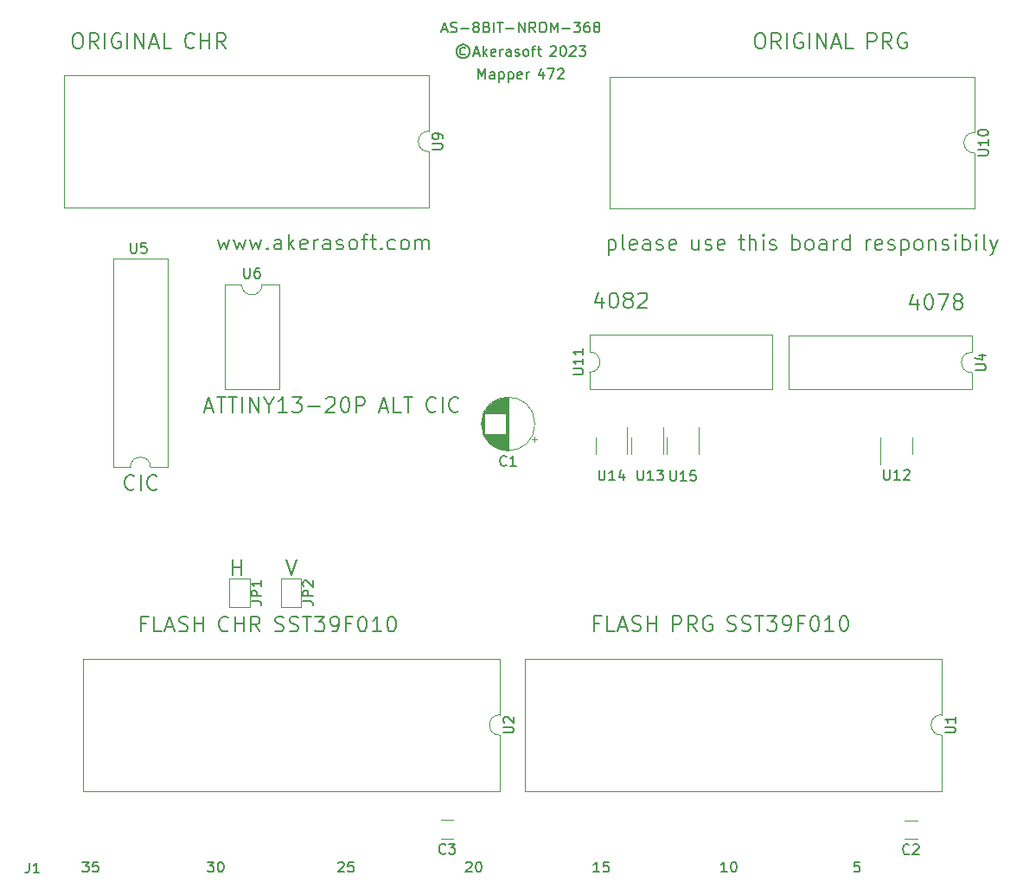
<source format=gbr>
%TF.GenerationSoftware,KiCad,Pcbnew,(7.0.0)*%
%TF.CreationDate,2023-04-12T15:17:59+10:00*%
%TF.ProjectId,AS-NES-Mapper472,41532d4e-4553-42d4-9d61-707065723437,rev?*%
%TF.SameCoordinates,Original*%
%TF.FileFunction,Legend,Top*%
%TF.FilePolarity,Positive*%
%FSLAX46Y46*%
G04 Gerber Fmt 4.6, Leading zero omitted, Abs format (unit mm)*
G04 Created by KiCad (PCBNEW (7.0.0)) date 2023-04-12 15:17:59*
%MOMM*%
%LPD*%
G01*
G04 APERTURE LIST*
%ADD10C,0.200000*%
%ADD11C,0.150000*%
%ADD12C,0.120000*%
G04 APERTURE END LIST*
D10*
X59892857Y-49773571D02*
X60178571Y-49773571D01*
X60178571Y-49773571D02*
X60321428Y-49845000D01*
X60321428Y-49845000D02*
X60464285Y-49987857D01*
X60464285Y-49987857D02*
X60535714Y-50273571D01*
X60535714Y-50273571D02*
X60535714Y-50773571D01*
X60535714Y-50773571D02*
X60464285Y-51059285D01*
X60464285Y-51059285D02*
X60321428Y-51202142D01*
X60321428Y-51202142D02*
X60178571Y-51273571D01*
X60178571Y-51273571D02*
X59892857Y-51273571D01*
X59892857Y-51273571D02*
X59750000Y-51202142D01*
X59750000Y-51202142D02*
X59607142Y-51059285D01*
X59607142Y-51059285D02*
X59535714Y-50773571D01*
X59535714Y-50773571D02*
X59535714Y-50273571D01*
X59535714Y-50273571D02*
X59607142Y-49987857D01*
X59607142Y-49987857D02*
X59750000Y-49845000D01*
X59750000Y-49845000D02*
X59892857Y-49773571D01*
X62035714Y-51273571D02*
X61535714Y-50559285D01*
X61178571Y-51273571D02*
X61178571Y-49773571D01*
X61178571Y-49773571D02*
X61750000Y-49773571D01*
X61750000Y-49773571D02*
X61892857Y-49845000D01*
X61892857Y-49845000D02*
X61964286Y-49916428D01*
X61964286Y-49916428D02*
X62035714Y-50059285D01*
X62035714Y-50059285D02*
X62035714Y-50273571D01*
X62035714Y-50273571D02*
X61964286Y-50416428D01*
X61964286Y-50416428D02*
X61892857Y-50487857D01*
X61892857Y-50487857D02*
X61750000Y-50559285D01*
X61750000Y-50559285D02*
X61178571Y-50559285D01*
X62678571Y-51273571D02*
X62678571Y-49773571D01*
X64178572Y-49845000D02*
X64035715Y-49773571D01*
X64035715Y-49773571D02*
X63821429Y-49773571D01*
X63821429Y-49773571D02*
X63607143Y-49845000D01*
X63607143Y-49845000D02*
X63464286Y-49987857D01*
X63464286Y-49987857D02*
X63392857Y-50130714D01*
X63392857Y-50130714D02*
X63321429Y-50416428D01*
X63321429Y-50416428D02*
X63321429Y-50630714D01*
X63321429Y-50630714D02*
X63392857Y-50916428D01*
X63392857Y-50916428D02*
X63464286Y-51059285D01*
X63464286Y-51059285D02*
X63607143Y-51202142D01*
X63607143Y-51202142D02*
X63821429Y-51273571D01*
X63821429Y-51273571D02*
X63964286Y-51273571D01*
X63964286Y-51273571D02*
X64178572Y-51202142D01*
X64178572Y-51202142D02*
X64250000Y-51130714D01*
X64250000Y-51130714D02*
X64250000Y-50630714D01*
X64250000Y-50630714D02*
X63964286Y-50630714D01*
X64892857Y-51273571D02*
X64892857Y-49773571D01*
X65607143Y-51273571D02*
X65607143Y-49773571D01*
X65607143Y-49773571D02*
X66464286Y-51273571D01*
X66464286Y-51273571D02*
X66464286Y-49773571D01*
X67107144Y-50845000D02*
X67821430Y-50845000D01*
X66964287Y-51273571D02*
X67464287Y-49773571D01*
X67464287Y-49773571D02*
X67964287Y-51273571D01*
X69178572Y-51273571D02*
X68464286Y-51273571D01*
X68464286Y-51273571D02*
X68464286Y-49773571D01*
X71435715Y-51130714D02*
X71364287Y-51202142D01*
X71364287Y-51202142D02*
X71150001Y-51273571D01*
X71150001Y-51273571D02*
X71007144Y-51273571D01*
X71007144Y-51273571D02*
X70792858Y-51202142D01*
X70792858Y-51202142D02*
X70650001Y-51059285D01*
X70650001Y-51059285D02*
X70578572Y-50916428D01*
X70578572Y-50916428D02*
X70507144Y-50630714D01*
X70507144Y-50630714D02*
X70507144Y-50416428D01*
X70507144Y-50416428D02*
X70578572Y-50130714D01*
X70578572Y-50130714D02*
X70650001Y-49987857D01*
X70650001Y-49987857D02*
X70792858Y-49845000D01*
X70792858Y-49845000D02*
X71007144Y-49773571D01*
X71007144Y-49773571D02*
X71150001Y-49773571D01*
X71150001Y-49773571D02*
X71364287Y-49845000D01*
X71364287Y-49845000D02*
X71435715Y-49916428D01*
X72078572Y-51273571D02*
X72078572Y-49773571D01*
X72078572Y-50487857D02*
X72935715Y-50487857D01*
X72935715Y-51273571D02*
X72935715Y-49773571D01*
X74507144Y-51273571D02*
X74007144Y-50559285D01*
X73650001Y-51273571D02*
X73650001Y-49773571D01*
X73650001Y-49773571D02*
X74221430Y-49773571D01*
X74221430Y-49773571D02*
X74364287Y-49845000D01*
X74364287Y-49845000D02*
X74435716Y-49916428D01*
X74435716Y-49916428D02*
X74507144Y-50059285D01*
X74507144Y-50059285D02*
X74507144Y-50273571D01*
X74507144Y-50273571D02*
X74435716Y-50416428D01*
X74435716Y-50416428D02*
X74364287Y-50487857D01*
X74364287Y-50487857D02*
X74221430Y-50559285D01*
X74221430Y-50559285D02*
X73650001Y-50559285D01*
D11*
X97942093Y-51268276D02*
X97846854Y-51220657D01*
X97846854Y-51220657D02*
X97656378Y-51220657D01*
X97656378Y-51220657D02*
X97561140Y-51268276D01*
X97561140Y-51268276D02*
X97465902Y-51363514D01*
X97465902Y-51363514D02*
X97418283Y-51458752D01*
X97418283Y-51458752D02*
X97418283Y-51649228D01*
X97418283Y-51649228D02*
X97465902Y-51744466D01*
X97465902Y-51744466D02*
X97561140Y-51839704D01*
X97561140Y-51839704D02*
X97656378Y-51887323D01*
X97656378Y-51887323D02*
X97846854Y-51887323D01*
X97846854Y-51887323D02*
X97942093Y-51839704D01*
X97751616Y-50887323D02*
X97513521Y-50934942D01*
X97513521Y-50934942D02*
X97275426Y-51077800D01*
X97275426Y-51077800D02*
X97132569Y-51315895D01*
X97132569Y-51315895D02*
X97084950Y-51553990D01*
X97084950Y-51553990D02*
X97132569Y-51792085D01*
X97132569Y-51792085D02*
X97275426Y-52030180D01*
X97275426Y-52030180D02*
X97513521Y-52173038D01*
X97513521Y-52173038D02*
X97751616Y-52220657D01*
X97751616Y-52220657D02*
X97989712Y-52173038D01*
X97989712Y-52173038D02*
X98227807Y-52030180D01*
X98227807Y-52030180D02*
X98370664Y-51792085D01*
X98370664Y-51792085D02*
X98418283Y-51553990D01*
X98418283Y-51553990D02*
X98370664Y-51315895D01*
X98370664Y-51315895D02*
X98227807Y-51077800D01*
X98227807Y-51077800D02*
X97989712Y-50934942D01*
X97989712Y-50934942D02*
X97751616Y-50887323D01*
X98799236Y-51744466D02*
X99275426Y-51744466D01*
X98703998Y-52030180D02*
X99037331Y-51030180D01*
X99037331Y-51030180D02*
X99370664Y-52030180D01*
X99703998Y-52030180D02*
X99703998Y-51030180D01*
X99799236Y-51649228D02*
X100084950Y-52030180D01*
X100084950Y-51363514D02*
X99703998Y-51744466D01*
X100894474Y-51982561D02*
X100799236Y-52030180D01*
X100799236Y-52030180D02*
X100608760Y-52030180D01*
X100608760Y-52030180D02*
X100513522Y-51982561D01*
X100513522Y-51982561D02*
X100465903Y-51887323D01*
X100465903Y-51887323D02*
X100465903Y-51506371D01*
X100465903Y-51506371D02*
X100513522Y-51411133D01*
X100513522Y-51411133D02*
X100608760Y-51363514D01*
X100608760Y-51363514D02*
X100799236Y-51363514D01*
X100799236Y-51363514D02*
X100894474Y-51411133D01*
X100894474Y-51411133D02*
X100942093Y-51506371D01*
X100942093Y-51506371D02*
X100942093Y-51601609D01*
X100942093Y-51601609D02*
X100465903Y-51696847D01*
X101370665Y-52030180D02*
X101370665Y-51363514D01*
X101370665Y-51553990D02*
X101418284Y-51458752D01*
X101418284Y-51458752D02*
X101465903Y-51411133D01*
X101465903Y-51411133D02*
X101561141Y-51363514D01*
X101561141Y-51363514D02*
X101656379Y-51363514D01*
X102418284Y-52030180D02*
X102418284Y-51506371D01*
X102418284Y-51506371D02*
X102370665Y-51411133D01*
X102370665Y-51411133D02*
X102275427Y-51363514D01*
X102275427Y-51363514D02*
X102084951Y-51363514D01*
X102084951Y-51363514D02*
X101989713Y-51411133D01*
X102418284Y-51982561D02*
X102323046Y-52030180D01*
X102323046Y-52030180D02*
X102084951Y-52030180D01*
X102084951Y-52030180D02*
X101989713Y-51982561D01*
X101989713Y-51982561D02*
X101942094Y-51887323D01*
X101942094Y-51887323D02*
X101942094Y-51792085D01*
X101942094Y-51792085D02*
X101989713Y-51696847D01*
X101989713Y-51696847D02*
X102084951Y-51649228D01*
X102084951Y-51649228D02*
X102323046Y-51649228D01*
X102323046Y-51649228D02*
X102418284Y-51601609D01*
X102846856Y-51982561D02*
X102942094Y-52030180D01*
X102942094Y-52030180D02*
X103132570Y-52030180D01*
X103132570Y-52030180D02*
X103227808Y-51982561D01*
X103227808Y-51982561D02*
X103275427Y-51887323D01*
X103275427Y-51887323D02*
X103275427Y-51839704D01*
X103275427Y-51839704D02*
X103227808Y-51744466D01*
X103227808Y-51744466D02*
X103132570Y-51696847D01*
X103132570Y-51696847D02*
X102989713Y-51696847D01*
X102989713Y-51696847D02*
X102894475Y-51649228D01*
X102894475Y-51649228D02*
X102846856Y-51553990D01*
X102846856Y-51553990D02*
X102846856Y-51506371D01*
X102846856Y-51506371D02*
X102894475Y-51411133D01*
X102894475Y-51411133D02*
X102989713Y-51363514D01*
X102989713Y-51363514D02*
X103132570Y-51363514D01*
X103132570Y-51363514D02*
X103227808Y-51411133D01*
X103846856Y-52030180D02*
X103751618Y-51982561D01*
X103751618Y-51982561D02*
X103703999Y-51934942D01*
X103703999Y-51934942D02*
X103656380Y-51839704D01*
X103656380Y-51839704D02*
X103656380Y-51553990D01*
X103656380Y-51553990D02*
X103703999Y-51458752D01*
X103703999Y-51458752D02*
X103751618Y-51411133D01*
X103751618Y-51411133D02*
X103846856Y-51363514D01*
X103846856Y-51363514D02*
X103989713Y-51363514D01*
X103989713Y-51363514D02*
X104084951Y-51411133D01*
X104084951Y-51411133D02*
X104132570Y-51458752D01*
X104132570Y-51458752D02*
X104180189Y-51553990D01*
X104180189Y-51553990D02*
X104180189Y-51839704D01*
X104180189Y-51839704D02*
X104132570Y-51934942D01*
X104132570Y-51934942D02*
X104084951Y-51982561D01*
X104084951Y-51982561D02*
X103989713Y-52030180D01*
X103989713Y-52030180D02*
X103846856Y-52030180D01*
X104465904Y-51363514D02*
X104846856Y-51363514D01*
X104608761Y-52030180D02*
X104608761Y-51173038D01*
X104608761Y-51173038D02*
X104656380Y-51077800D01*
X104656380Y-51077800D02*
X104751618Y-51030180D01*
X104751618Y-51030180D02*
X104846856Y-51030180D01*
X105037333Y-51363514D02*
X105418285Y-51363514D01*
X105180190Y-51030180D02*
X105180190Y-51887323D01*
X105180190Y-51887323D02*
X105227809Y-51982561D01*
X105227809Y-51982561D02*
X105323047Y-52030180D01*
X105323047Y-52030180D02*
X105418285Y-52030180D01*
X106304000Y-51125419D02*
X106351619Y-51077800D01*
X106351619Y-51077800D02*
X106446857Y-51030180D01*
X106446857Y-51030180D02*
X106684952Y-51030180D01*
X106684952Y-51030180D02*
X106780190Y-51077800D01*
X106780190Y-51077800D02*
X106827809Y-51125419D01*
X106827809Y-51125419D02*
X106875428Y-51220657D01*
X106875428Y-51220657D02*
X106875428Y-51315895D01*
X106875428Y-51315895D02*
X106827809Y-51458752D01*
X106827809Y-51458752D02*
X106256381Y-52030180D01*
X106256381Y-52030180D02*
X106875428Y-52030180D01*
X107494476Y-51030180D02*
X107589714Y-51030180D01*
X107589714Y-51030180D02*
X107684952Y-51077800D01*
X107684952Y-51077800D02*
X107732571Y-51125419D01*
X107732571Y-51125419D02*
X107780190Y-51220657D01*
X107780190Y-51220657D02*
X107827809Y-51411133D01*
X107827809Y-51411133D02*
X107827809Y-51649228D01*
X107827809Y-51649228D02*
X107780190Y-51839704D01*
X107780190Y-51839704D02*
X107732571Y-51934942D01*
X107732571Y-51934942D02*
X107684952Y-51982561D01*
X107684952Y-51982561D02*
X107589714Y-52030180D01*
X107589714Y-52030180D02*
X107494476Y-52030180D01*
X107494476Y-52030180D02*
X107399238Y-51982561D01*
X107399238Y-51982561D02*
X107351619Y-51934942D01*
X107351619Y-51934942D02*
X107304000Y-51839704D01*
X107304000Y-51839704D02*
X107256381Y-51649228D01*
X107256381Y-51649228D02*
X107256381Y-51411133D01*
X107256381Y-51411133D02*
X107304000Y-51220657D01*
X107304000Y-51220657D02*
X107351619Y-51125419D01*
X107351619Y-51125419D02*
X107399238Y-51077800D01*
X107399238Y-51077800D02*
X107494476Y-51030180D01*
X108208762Y-51125419D02*
X108256381Y-51077800D01*
X108256381Y-51077800D02*
X108351619Y-51030180D01*
X108351619Y-51030180D02*
X108589714Y-51030180D01*
X108589714Y-51030180D02*
X108684952Y-51077800D01*
X108684952Y-51077800D02*
X108732571Y-51125419D01*
X108732571Y-51125419D02*
X108780190Y-51220657D01*
X108780190Y-51220657D02*
X108780190Y-51315895D01*
X108780190Y-51315895D02*
X108732571Y-51458752D01*
X108732571Y-51458752D02*
X108161143Y-52030180D01*
X108161143Y-52030180D02*
X108780190Y-52030180D01*
X109113524Y-51030180D02*
X109732571Y-51030180D01*
X109732571Y-51030180D02*
X109399238Y-51411133D01*
X109399238Y-51411133D02*
X109542095Y-51411133D01*
X109542095Y-51411133D02*
X109637333Y-51458752D01*
X109637333Y-51458752D02*
X109684952Y-51506371D01*
X109684952Y-51506371D02*
X109732571Y-51601609D01*
X109732571Y-51601609D02*
X109732571Y-51839704D01*
X109732571Y-51839704D02*
X109684952Y-51934942D01*
X109684952Y-51934942D02*
X109637333Y-51982561D01*
X109637333Y-51982561D02*
X109542095Y-52030180D01*
X109542095Y-52030180D02*
X109256381Y-52030180D01*
X109256381Y-52030180D02*
X109161143Y-51982561D01*
X109161143Y-51982561D02*
X109113524Y-51934942D01*
D10*
X65554285Y-94390714D02*
X65482857Y-94462142D01*
X65482857Y-94462142D02*
X65268571Y-94533571D01*
X65268571Y-94533571D02*
X65125714Y-94533571D01*
X65125714Y-94533571D02*
X64911428Y-94462142D01*
X64911428Y-94462142D02*
X64768571Y-94319285D01*
X64768571Y-94319285D02*
X64697142Y-94176428D01*
X64697142Y-94176428D02*
X64625714Y-93890714D01*
X64625714Y-93890714D02*
X64625714Y-93676428D01*
X64625714Y-93676428D02*
X64697142Y-93390714D01*
X64697142Y-93390714D02*
X64768571Y-93247857D01*
X64768571Y-93247857D02*
X64911428Y-93105000D01*
X64911428Y-93105000D02*
X65125714Y-93033571D01*
X65125714Y-93033571D02*
X65268571Y-93033571D01*
X65268571Y-93033571D02*
X65482857Y-93105000D01*
X65482857Y-93105000D02*
X65554285Y-93176428D01*
X66197142Y-94533571D02*
X66197142Y-93033571D01*
X67768571Y-94390714D02*
X67697143Y-94462142D01*
X67697143Y-94462142D02*
X67482857Y-94533571D01*
X67482857Y-94533571D02*
X67340000Y-94533571D01*
X67340000Y-94533571D02*
X67125714Y-94462142D01*
X67125714Y-94462142D02*
X66982857Y-94319285D01*
X66982857Y-94319285D02*
X66911428Y-94176428D01*
X66911428Y-94176428D02*
X66840000Y-93890714D01*
X66840000Y-93890714D02*
X66840000Y-93676428D01*
X66840000Y-93676428D02*
X66911428Y-93390714D01*
X66911428Y-93390714D02*
X66982857Y-93247857D01*
X66982857Y-93247857D02*
X67125714Y-93105000D01*
X67125714Y-93105000D02*
X67340000Y-93033571D01*
X67340000Y-93033571D02*
X67482857Y-93033571D01*
X67482857Y-93033571D02*
X67697143Y-93105000D01*
X67697143Y-93105000D02*
X67768571Y-93176428D01*
X126682857Y-49783571D02*
X126968571Y-49783571D01*
X126968571Y-49783571D02*
X127111428Y-49855000D01*
X127111428Y-49855000D02*
X127254285Y-49997857D01*
X127254285Y-49997857D02*
X127325714Y-50283571D01*
X127325714Y-50283571D02*
X127325714Y-50783571D01*
X127325714Y-50783571D02*
X127254285Y-51069285D01*
X127254285Y-51069285D02*
X127111428Y-51212142D01*
X127111428Y-51212142D02*
X126968571Y-51283571D01*
X126968571Y-51283571D02*
X126682857Y-51283571D01*
X126682857Y-51283571D02*
X126540000Y-51212142D01*
X126540000Y-51212142D02*
X126397142Y-51069285D01*
X126397142Y-51069285D02*
X126325714Y-50783571D01*
X126325714Y-50783571D02*
X126325714Y-50283571D01*
X126325714Y-50283571D02*
X126397142Y-49997857D01*
X126397142Y-49997857D02*
X126540000Y-49855000D01*
X126540000Y-49855000D02*
X126682857Y-49783571D01*
X128825714Y-51283571D02*
X128325714Y-50569285D01*
X127968571Y-51283571D02*
X127968571Y-49783571D01*
X127968571Y-49783571D02*
X128540000Y-49783571D01*
X128540000Y-49783571D02*
X128682857Y-49855000D01*
X128682857Y-49855000D02*
X128754286Y-49926428D01*
X128754286Y-49926428D02*
X128825714Y-50069285D01*
X128825714Y-50069285D02*
X128825714Y-50283571D01*
X128825714Y-50283571D02*
X128754286Y-50426428D01*
X128754286Y-50426428D02*
X128682857Y-50497857D01*
X128682857Y-50497857D02*
X128540000Y-50569285D01*
X128540000Y-50569285D02*
X127968571Y-50569285D01*
X129468571Y-51283571D02*
X129468571Y-49783571D01*
X130968572Y-49855000D02*
X130825715Y-49783571D01*
X130825715Y-49783571D02*
X130611429Y-49783571D01*
X130611429Y-49783571D02*
X130397143Y-49855000D01*
X130397143Y-49855000D02*
X130254286Y-49997857D01*
X130254286Y-49997857D02*
X130182857Y-50140714D01*
X130182857Y-50140714D02*
X130111429Y-50426428D01*
X130111429Y-50426428D02*
X130111429Y-50640714D01*
X130111429Y-50640714D02*
X130182857Y-50926428D01*
X130182857Y-50926428D02*
X130254286Y-51069285D01*
X130254286Y-51069285D02*
X130397143Y-51212142D01*
X130397143Y-51212142D02*
X130611429Y-51283571D01*
X130611429Y-51283571D02*
X130754286Y-51283571D01*
X130754286Y-51283571D02*
X130968572Y-51212142D01*
X130968572Y-51212142D02*
X131040000Y-51140714D01*
X131040000Y-51140714D02*
X131040000Y-50640714D01*
X131040000Y-50640714D02*
X130754286Y-50640714D01*
X131682857Y-51283571D02*
X131682857Y-49783571D01*
X132397143Y-51283571D02*
X132397143Y-49783571D01*
X132397143Y-49783571D02*
X133254286Y-51283571D01*
X133254286Y-51283571D02*
X133254286Y-49783571D01*
X133897144Y-50855000D02*
X134611430Y-50855000D01*
X133754287Y-51283571D02*
X134254287Y-49783571D01*
X134254287Y-49783571D02*
X134754287Y-51283571D01*
X135968572Y-51283571D02*
X135254286Y-51283571D01*
X135254286Y-51283571D02*
X135254286Y-49783571D01*
X137368572Y-51283571D02*
X137368572Y-49783571D01*
X137368572Y-49783571D02*
X137940001Y-49783571D01*
X137940001Y-49783571D02*
X138082858Y-49855000D01*
X138082858Y-49855000D02*
X138154287Y-49926428D01*
X138154287Y-49926428D02*
X138225715Y-50069285D01*
X138225715Y-50069285D02*
X138225715Y-50283571D01*
X138225715Y-50283571D02*
X138154287Y-50426428D01*
X138154287Y-50426428D02*
X138082858Y-50497857D01*
X138082858Y-50497857D02*
X137940001Y-50569285D01*
X137940001Y-50569285D02*
X137368572Y-50569285D01*
X139725715Y-51283571D02*
X139225715Y-50569285D01*
X138868572Y-51283571D02*
X138868572Y-49783571D01*
X138868572Y-49783571D02*
X139440001Y-49783571D01*
X139440001Y-49783571D02*
X139582858Y-49855000D01*
X139582858Y-49855000D02*
X139654287Y-49926428D01*
X139654287Y-49926428D02*
X139725715Y-50069285D01*
X139725715Y-50069285D02*
X139725715Y-50283571D01*
X139725715Y-50283571D02*
X139654287Y-50426428D01*
X139654287Y-50426428D02*
X139582858Y-50497857D01*
X139582858Y-50497857D02*
X139440001Y-50569285D01*
X139440001Y-50569285D02*
X138868572Y-50569285D01*
X141154287Y-49855000D02*
X141011430Y-49783571D01*
X141011430Y-49783571D02*
X140797144Y-49783571D01*
X140797144Y-49783571D02*
X140582858Y-49855000D01*
X140582858Y-49855000D02*
X140440001Y-49997857D01*
X140440001Y-49997857D02*
X140368572Y-50140714D01*
X140368572Y-50140714D02*
X140297144Y-50426428D01*
X140297144Y-50426428D02*
X140297144Y-50640714D01*
X140297144Y-50640714D02*
X140368572Y-50926428D01*
X140368572Y-50926428D02*
X140440001Y-51069285D01*
X140440001Y-51069285D02*
X140582858Y-51212142D01*
X140582858Y-51212142D02*
X140797144Y-51283571D01*
X140797144Y-51283571D02*
X140940001Y-51283571D01*
X140940001Y-51283571D02*
X141154287Y-51212142D01*
X141154287Y-51212142D02*
X141225715Y-51140714D01*
X141225715Y-51140714D02*
X141225715Y-50640714D01*
X141225715Y-50640714D02*
X140940001Y-50640714D01*
X111987142Y-70013571D02*
X111987142Y-71513571D01*
X111987142Y-70085000D02*
X112130000Y-70013571D01*
X112130000Y-70013571D02*
X112415714Y-70013571D01*
X112415714Y-70013571D02*
X112558571Y-70085000D01*
X112558571Y-70085000D02*
X112630000Y-70156428D01*
X112630000Y-70156428D02*
X112701428Y-70299285D01*
X112701428Y-70299285D02*
X112701428Y-70727857D01*
X112701428Y-70727857D02*
X112630000Y-70870714D01*
X112630000Y-70870714D02*
X112558571Y-70942142D01*
X112558571Y-70942142D02*
X112415714Y-71013571D01*
X112415714Y-71013571D02*
X112130000Y-71013571D01*
X112130000Y-71013571D02*
X111987142Y-70942142D01*
X113558571Y-71013571D02*
X113415714Y-70942142D01*
X113415714Y-70942142D02*
X113344285Y-70799285D01*
X113344285Y-70799285D02*
X113344285Y-69513571D01*
X114701428Y-70942142D02*
X114558571Y-71013571D01*
X114558571Y-71013571D02*
X114272857Y-71013571D01*
X114272857Y-71013571D02*
X114129999Y-70942142D01*
X114129999Y-70942142D02*
X114058571Y-70799285D01*
X114058571Y-70799285D02*
X114058571Y-70227857D01*
X114058571Y-70227857D02*
X114129999Y-70085000D01*
X114129999Y-70085000D02*
X114272857Y-70013571D01*
X114272857Y-70013571D02*
X114558571Y-70013571D01*
X114558571Y-70013571D02*
X114701428Y-70085000D01*
X114701428Y-70085000D02*
X114772857Y-70227857D01*
X114772857Y-70227857D02*
X114772857Y-70370714D01*
X114772857Y-70370714D02*
X114058571Y-70513571D01*
X116058571Y-71013571D02*
X116058571Y-70227857D01*
X116058571Y-70227857D02*
X115987142Y-70085000D01*
X115987142Y-70085000D02*
X115844285Y-70013571D01*
X115844285Y-70013571D02*
X115558571Y-70013571D01*
X115558571Y-70013571D02*
X115415713Y-70085000D01*
X116058571Y-70942142D02*
X115915713Y-71013571D01*
X115915713Y-71013571D02*
X115558571Y-71013571D01*
X115558571Y-71013571D02*
X115415713Y-70942142D01*
X115415713Y-70942142D02*
X115344285Y-70799285D01*
X115344285Y-70799285D02*
X115344285Y-70656428D01*
X115344285Y-70656428D02*
X115415713Y-70513571D01*
X115415713Y-70513571D02*
X115558571Y-70442142D01*
X115558571Y-70442142D02*
X115915713Y-70442142D01*
X115915713Y-70442142D02*
X116058571Y-70370714D01*
X116701428Y-70942142D02*
X116844285Y-71013571D01*
X116844285Y-71013571D02*
X117129999Y-71013571D01*
X117129999Y-71013571D02*
X117272856Y-70942142D01*
X117272856Y-70942142D02*
X117344285Y-70799285D01*
X117344285Y-70799285D02*
X117344285Y-70727857D01*
X117344285Y-70727857D02*
X117272856Y-70585000D01*
X117272856Y-70585000D02*
X117129999Y-70513571D01*
X117129999Y-70513571D02*
X116915714Y-70513571D01*
X116915714Y-70513571D02*
X116772856Y-70442142D01*
X116772856Y-70442142D02*
X116701428Y-70299285D01*
X116701428Y-70299285D02*
X116701428Y-70227857D01*
X116701428Y-70227857D02*
X116772856Y-70085000D01*
X116772856Y-70085000D02*
X116915714Y-70013571D01*
X116915714Y-70013571D02*
X117129999Y-70013571D01*
X117129999Y-70013571D02*
X117272856Y-70085000D01*
X118558571Y-70942142D02*
X118415714Y-71013571D01*
X118415714Y-71013571D02*
X118130000Y-71013571D01*
X118130000Y-71013571D02*
X117987142Y-70942142D01*
X117987142Y-70942142D02*
X117915714Y-70799285D01*
X117915714Y-70799285D02*
X117915714Y-70227857D01*
X117915714Y-70227857D02*
X117987142Y-70085000D01*
X117987142Y-70085000D02*
X118130000Y-70013571D01*
X118130000Y-70013571D02*
X118415714Y-70013571D01*
X118415714Y-70013571D02*
X118558571Y-70085000D01*
X118558571Y-70085000D02*
X118630000Y-70227857D01*
X118630000Y-70227857D02*
X118630000Y-70370714D01*
X118630000Y-70370714D02*
X117915714Y-70513571D01*
X120815714Y-70013571D02*
X120815714Y-71013571D01*
X120172856Y-70013571D02*
X120172856Y-70799285D01*
X120172856Y-70799285D02*
X120244285Y-70942142D01*
X120244285Y-70942142D02*
X120387142Y-71013571D01*
X120387142Y-71013571D02*
X120601428Y-71013571D01*
X120601428Y-71013571D02*
X120744285Y-70942142D01*
X120744285Y-70942142D02*
X120815714Y-70870714D01*
X121458571Y-70942142D02*
X121601428Y-71013571D01*
X121601428Y-71013571D02*
X121887142Y-71013571D01*
X121887142Y-71013571D02*
X122029999Y-70942142D01*
X122029999Y-70942142D02*
X122101428Y-70799285D01*
X122101428Y-70799285D02*
X122101428Y-70727857D01*
X122101428Y-70727857D02*
X122029999Y-70585000D01*
X122029999Y-70585000D02*
X121887142Y-70513571D01*
X121887142Y-70513571D02*
X121672857Y-70513571D01*
X121672857Y-70513571D02*
X121529999Y-70442142D01*
X121529999Y-70442142D02*
X121458571Y-70299285D01*
X121458571Y-70299285D02*
X121458571Y-70227857D01*
X121458571Y-70227857D02*
X121529999Y-70085000D01*
X121529999Y-70085000D02*
X121672857Y-70013571D01*
X121672857Y-70013571D02*
X121887142Y-70013571D01*
X121887142Y-70013571D02*
X122029999Y-70085000D01*
X123315714Y-70942142D02*
X123172857Y-71013571D01*
X123172857Y-71013571D02*
X122887143Y-71013571D01*
X122887143Y-71013571D02*
X122744285Y-70942142D01*
X122744285Y-70942142D02*
X122672857Y-70799285D01*
X122672857Y-70799285D02*
X122672857Y-70227857D01*
X122672857Y-70227857D02*
X122744285Y-70085000D01*
X122744285Y-70085000D02*
X122887143Y-70013571D01*
X122887143Y-70013571D02*
X123172857Y-70013571D01*
X123172857Y-70013571D02*
X123315714Y-70085000D01*
X123315714Y-70085000D02*
X123387143Y-70227857D01*
X123387143Y-70227857D02*
X123387143Y-70370714D01*
X123387143Y-70370714D02*
X122672857Y-70513571D01*
X124715714Y-70013571D02*
X125287142Y-70013571D01*
X124929999Y-69513571D02*
X124929999Y-70799285D01*
X124929999Y-70799285D02*
X125001428Y-70942142D01*
X125001428Y-70942142D02*
X125144285Y-71013571D01*
X125144285Y-71013571D02*
X125287142Y-71013571D01*
X125787142Y-71013571D02*
X125787142Y-69513571D01*
X126430000Y-71013571D02*
X126430000Y-70227857D01*
X126430000Y-70227857D02*
X126358571Y-70085000D01*
X126358571Y-70085000D02*
X126215714Y-70013571D01*
X126215714Y-70013571D02*
X126001428Y-70013571D01*
X126001428Y-70013571D02*
X125858571Y-70085000D01*
X125858571Y-70085000D02*
X125787142Y-70156428D01*
X127144285Y-71013571D02*
X127144285Y-70013571D01*
X127144285Y-69513571D02*
X127072857Y-69585000D01*
X127072857Y-69585000D02*
X127144285Y-69656428D01*
X127144285Y-69656428D02*
X127215714Y-69585000D01*
X127215714Y-69585000D02*
X127144285Y-69513571D01*
X127144285Y-69513571D02*
X127144285Y-69656428D01*
X127787143Y-70942142D02*
X127930000Y-71013571D01*
X127930000Y-71013571D02*
X128215714Y-71013571D01*
X128215714Y-71013571D02*
X128358571Y-70942142D01*
X128358571Y-70942142D02*
X128430000Y-70799285D01*
X128430000Y-70799285D02*
X128430000Y-70727857D01*
X128430000Y-70727857D02*
X128358571Y-70585000D01*
X128358571Y-70585000D02*
X128215714Y-70513571D01*
X128215714Y-70513571D02*
X128001429Y-70513571D01*
X128001429Y-70513571D02*
X127858571Y-70442142D01*
X127858571Y-70442142D02*
X127787143Y-70299285D01*
X127787143Y-70299285D02*
X127787143Y-70227857D01*
X127787143Y-70227857D02*
X127858571Y-70085000D01*
X127858571Y-70085000D02*
X128001429Y-70013571D01*
X128001429Y-70013571D02*
X128215714Y-70013571D01*
X128215714Y-70013571D02*
X128358571Y-70085000D01*
X129972857Y-71013571D02*
X129972857Y-69513571D01*
X129972857Y-70085000D02*
X130115715Y-70013571D01*
X130115715Y-70013571D02*
X130401429Y-70013571D01*
X130401429Y-70013571D02*
X130544286Y-70085000D01*
X130544286Y-70085000D02*
X130615715Y-70156428D01*
X130615715Y-70156428D02*
X130687143Y-70299285D01*
X130687143Y-70299285D02*
X130687143Y-70727857D01*
X130687143Y-70727857D02*
X130615715Y-70870714D01*
X130615715Y-70870714D02*
X130544286Y-70942142D01*
X130544286Y-70942142D02*
X130401429Y-71013571D01*
X130401429Y-71013571D02*
X130115715Y-71013571D01*
X130115715Y-71013571D02*
X129972857Y-70942142D01*
X131544286Y-71013571D02*
X131401429Y-70942142D01*
X131401429Y-70942142D02*
X131330000Y-70870714D01*
X131330000Y-70870714D02*
X131258572Y-70727857D01*
X131258572Y-70727857D02*
X131258572Y-70299285D01*
X131258572Y-70299285D02*
X131330000Y-70156428D01*
X131330000Y-70156428D02*
X131401429Y-70085000D01*
X131401429Y-70085000D02*
X131544286Y-70013571D01*
X131544286Y-70013571D02*
X131758572Y-70013571D01*
X131758572Y-70013571D02*
X131901429Y-70085000D01*
X131901429Y-70085000D02*
X131972858Y-70156428D01*
X131972858Y-70156428D02*
X132044286Y-70299285D01*
X132044286Y-70299285D02*
X132044286Y-70727857D01*
X132044286Y-70727857D02*
X131972858Y-70870714D01*
X131972858Y-70870714D02*
X131901429Y-70942142D01*
X131901429Y-70942142D02*
X131758572Y-71013571D01*
X131758572Y-71013571D02*
X131544286Y-71013571D01*
X133330001Y-71013571D02*
X133330001Y-70227857D01*
X133330001Y-70227857D02*
X133258572Y-70085000D01*
X133258572Y-70085000D02*
X133115715Y-70013571D01*
X133115715Y-70013571D02*
X132830001Y-70013571D01*
X132830001Y-70013571D02*
X132687143Y-70085000D01*
X133330001Y-70942142D02*
X133187143Y-71013571D01*
X133187143Y-71013571D02*
X132830001Y-71013571D01*
X132830001Y-71013571D02*
X132687143Y-70942142D01*
X132687143Y-70942142D02*
X132615715Y-70799285D01*
X132615715Y-70799285D02*
X132615715Y-70656428D01*
X132615715Y-70656428D02*
X132687143Y-70513571D01*
X132687143Y-70513571D02*
X132830001Y-70442142D01*
X132830001Y-70442142D02*
X133187143Y-70442142D01*
X133187143Y-70442142D02*
X133330001Y-70370714D01*
X134044286Y-71013571D02*
X134044286Y-70013571D01*
X134044286Y-70299285D02*
X134115715Y-70156428D01*
X134115715Y-70156428D02*
X134187144Y-70085000D01*
X134187144Y-70085000D02*
X134330001Y-70013571D01*
X134330001Y-70013571D02*
X134472858Y-70013571D01*
X135615715Y-71013571D02*
X135615715Y-69513571D01*
X135615715Y-70942142D02*
X135472857Y-71013571D01*
X135472857Y-71013571D02*
X135187143Y-71013571D01*
X135187143Y-71013571D02*
X135044286Y-70942142D01*
X135044286Y-70942142D02*
X134972857Y-70870714D01*
X134972857Y-70870714D02*
X134901429Y-70727857D01*
X134901429Y-70727857D02*
X134901429Y-70299285D01*
X134901429Y-70299285D02*
X134972857Y-70156428D01*
X134972857Y-70156428D02*
X135044286Y-70085000D01*
X135044286Y-70085000D02*
X135187143Y-70013571D01*
X135187143Y-70013571D02*
X135472857Y-70013571D01*
X135472857Y-70013571D02*
X135615715Y-70085000D01*
X137230000Y-71013571D02*
X137230000Y-70013571D01*
X137230000Y-70299285D02*
X137301429Y-70156428D01*
X137301429Y-70156428D02*
X137372858Y-70085000D01*
X137372858Y-70085000D02*
X137515715Y-70013571D01*
X137515715Y-70013571D02*
X137658572Y-70013571D01*
X138730000Y-70942142D02*
X138587143Y-71013571D01*
X138587143Y-71013571D02*
X138301429Y-71013571D01*
X138301429Y-71013571D02*
X138158571Y-70942142D01*
X138158571Y-70942142D02*
X138087143Y-70799285D01*
X138087143Y-70799285D02*
X138087143Y-70227857D01*
X138087143Y-70227857D02*
X138158571Y-70085000D01*
X138158571Y-70085000D02*
X138301429Y-70013571D01*
X138301429Y-70013571D02*
X138587143Y-70013571D01*
X138587143Y-70013571D02*
X138730000Y-70085000D01*
X138730000Y-70085000D02*
X138801429Y-70227857D01*
X138801429Y-70227857D02*
X138801429Y-70370714D01*
X138801429Y-70370714D02*
X138087143Y-70513571D01*
X139372857Y-70942142D02*
X139515714Y-71013571D01*
X139515714Y-71013571D02*
X139801428Y-71013571D01*
X139801428Y-71013571D02*
X139944285Y-70942142D01*
X139944285Y-70942142D02*
X140015714Y-70799285D01*
X140015714Y-70799285D02*
X140015714Y-70727857D01*
X140015714Y-70727857D02*
X139944285Y-70585000D01*
X139944285Y-70585000D02*
X139801428Y-70513571D01*
X139801428Y-70513571D02*
X139587143Y-70513571D01*
X139587143Y-70513571D02*
X139444285Y-70442142D01*
X139444285Y-70442142D02*
X139372857Y-70299285D01*
X139372857Y-70299285D02*
X139372857Y-70227857D01*
X139372857Y-70227857D02*
X139444285Y-70085000D01*
X139444285Y-70085000D02*
X139587143Y-70013571D01*
X139587143Y-70013571D02*
X139801428Y-70013571D01*
X139801428Y-70013571D02*
X139944285Y-70085000D01*
X140658571Y-70013571D02*
X140658571Y-71513571D01*
X140658571Y-70085000D02*
X140801429Y-70013571D01*
X140801429Y-70013571D02*
X141087143Y-70013571D01*
X141087143Y-70013571D02*
X141230000Y-70085000D01*
X141230000Y-70085000D02*
X141301429Y-70156428D01*
X141301429Y-70156428D02*
X141372857Y-70299285D01*
X141372857Y-70299285D02*
X141372857Y-70727857D01*
X141372857Y-70727857D02*
X141301429Y-70870714D01*
X141301429Y-70870714D02*
X141230000Y-70942142D01*
X141230000Y-70942142D02*
X141087143Y-71013571D01*
X141087143Y-71013571D02*
X140801429Y-71013571D01*
X140801429Y-71013571D02*
X140658571Y-70942142D01*
X142230000Y-71013571D02*
X142087143Y-70942142D01*
X142087143Y-70942142D02*
X142015714Y-70870714D01*
X142015714Y-70870714D02*
X141944286Y-70727857D01*
X141944286Y-70727857D02*
X141944286Y-70299285D01*
X141944286Y-70299285D02*
X142015714Y-70156428D01*
X142015714Y-70156428D02*
X142087143Y-70085000D01*
X142087143Y-70085000D02*
X142230000Y-70013571D01*
X142230000Y-70013571D02*
X142444286Y-70013571D01*
X142444286Y-70013571D02*
X142587143Y-70085000D01*
X142587143Y-70085000D02*
X142658572Y-70156428D01*
X142658572Y-70156428D02*
X142730000Y-70299285D01*
X142730000Y-70299285D02*
X142730000Y-70727857D01*
X142730000Y-70727857D02*
X142658572Y-70870714D01*
X142658572Y-70870714D02*
X142587143Y-70942142D01*
X142587143Y-70942142D02*
X142444286Y-71013571D01*
X142444286Y-71013571D02*
X142230000Y-71013571D01*
X143372857Y-70013571D02*
X143372857Y-71013571D01*
X143372857Y-70156428D02*
X143444286Y-70085000D01*
X143444286Y-70085000D02*
X143587143Y-70013571D01*
X143587143Y-70013571D02*
X143801429Y-70013571D01*
X143801429Y-70013571D02*
X143944286Y-70085000D01*
X143944286Y-70085000D02*
X144015715Y-70227857D01*
X144015715Y-70227857D02*
X144015715Y-71013571D01*
X144658572Y-70942142D02*
X144801429Y-71013571D01*
X144801429Y-71013571D02*
X145087143Y-71013571D01*
X145087143Y-71013571D02*
X145230000Y-70942142D01*
X145230000Y-70942142D02*
X145301429Y-70799285D01*
X145301429Y-70799285D02*
X145301429Y-70727857D01*
X145301429Y-70727857D02*
X145230000Y-70585000D01*
X145230000Y-70585000D02*
X145087143Y-70513571D01*
X145087143Y-70513571D02*
X144872858Y-70513571D01*
X144872858Y-70513571D02*
X144730000Y-70442142D01*
X144730000Y-70442142D02*
X144658572Y-70299285D01*
X144658572Y-70299285D02*
X144658572Y-70227857D01*
X144658572Y-70227857D02*
X144730000Y-70085000D01*
X144730000Y-70085000D02*
X144872858Y-70013571D01*
X144872858Y-70013571D02*
X145087143Y-70013571D01*
X145087143Y-70013571D02*
X145230000Y-70085000D01*
X145944286Y-71013571D02*
X145944286Y-70013571D01*
X145944286Y-69513571D02*
X145872858Y-69585000D01*
X145872858Y-69585000D02*
X145944286Y-69656428D01*
X145944286Y-69656428D02*
X146015715Y-69585000D01*
X146015715Y-69585000D02*
X145944286Y-69513571D01*
X145944286Y-69513571D02*
X145944286Y-69656428D01*
X146658572Y-71013571D02*
X146658572Y-69513571D01*
X146658572Y-70085000D02*
X146801430Y-70013571D01*
X146801430Y-70013571D02*
X147087144Y-70013571D01*
X147087144Y-70013571D02*
X147230001Y-70085000D01*
X147230001Y-70085000D02*
X147301430Y-70156428D01*
X147301430Y-70156428D02*
X147372858Y-70299285D01*
X147372858Y-70299285D02*
X147372858Y-70727857D01*
X147372858Y-70727857D02*
X147301430Y-70870714D01*
X147301430Y-70870714D02*
X147230001Y-70942142D01*
X147230001Y-70942142D02*
X147087144Y-71013571D01*
X147087144Y-71013571D02*
X146801430Y-71013571D01*
X146801430Y-71013571D02*
X146658572Y-70942142D01*
X148015715Y-71013571D02*
X148015715Y-70013571D01*
X148015715Y-69513571D02*
X147944287Y-69585000D01*
X147944287Y-69585000D02*
X148015715Y-69656428D01*
X148015715Y-69656428D02*
X148087144Y-69585000D01*
X148087144Y-69585000D02*
X148015715Y-69513571D01*
X148015715Y-69513571D02*
X148015715Y-69656428D01*
X148944287Y-71013571D02*
X148801430Y-70942142D01*
X148801430Y-70942142D02*
X148730001Y-70799285D01*
X148730001Y-70799285D02*
X148730001Y-69513571D01*
X149372858Y-70013571D02*
X149730001Y-71013571D01*
X150087144Y-70013571D02*
X149730001Y-71013571D01*
X149730001Y-71013571D02*
X149587144Y-71370714D01*
X149587144Y-71370714D02*
X149515715Y-71442142D01*
X149515715Y-71442142D02*
X149372858Y-71513571D01*
X111097142Y-107547857D02*
X110597142Y-107547857D01*
X110597142Y-108333571D02*
X110597142Y-106833571D01*
X110597142Y-106833571D02*
X111311428Y-106833571D01*
X112597142Y-108333571D02*
X111882856Y-108333571D01*
X111882856Y-108333571D02*
X111882856Y-106833571D01*
X113025714Y-107905000D02*
X113740000Y-107905000D01*
X112882857Y-108333571D02*
X113382857Y-106833571D01*
X113382857Y-106833571D02*
X113882857Y-108333571D01*
X114311428Y-108262142D02*
X114525714Y-108333571D01*
X114525714Y-108333571D02*
X114882856Y-108333571D01*
X114882856Y-108333571D02*
X115025714Y-108262142D01*
X115025714Y-108262142D02*
X115097142Y-108190714D01*
X115097142Y-108190714D02*
X115168571Y-108047857D01*
X115168571Y-108047857D02*
X115168571Y-107905000D01*
X115168571Y-107905000D02*
X115097142Y-107762142D01*
X115097142Y-107762142D02*
X115025714Y-107690714D01*
X115025714Y-107690714D02*
X114882856Y-107619285D01*
X114882856Y-107619285D02*
X114597142Y-107547857D01*
X114597142Y-107547857D02*
X114454285Y-107476428D01*
X114454285Y-107476428D02*
X114382856Y-107405000D01*
X114382856Y-107405000D02*
X114311428Y-107262142D01*
X114311428Y-107262142D02*
X114311428Y-107119285D01*
X114311428Y-107119285D02*
X114382856Y-106976428D01*
X114382856Y-106976428D02*
X114454285Y-106905000D01*
X114454285Y-106905000D02*
X114597142Y-106833571D01*
X114597142Y-106833571D02*
X114954285Y-106833571D01*
X114954285Y-106833571D02*
X115168571Y-106905000D01*
X115811427Y-108333571D02*
X115811427Y-106833571D01*
X115811427Y-107547857D02*
X116668570Y-107547857D01*
X116668570Y-108333571D02*
X116668570Y-106833571D01*
X118282856Y-108333571D02*
X118282856Y-106833571D01*
X118282856Y-106833571D02*
X118854285Y-106833571D01*
X118854285Y-106833571D02*
X118997142Y-106905000D01*
X118997142Y-106905000D02*
X119068571Y-106976428D01*
X119068571Y-106976428D02*
X119139999Y-107119285D01*
X119139999Y-107119285D02*
X119139999Y-107333571D01*
X119139999Y-107333571D02*
X119068571Y-107476428D01*
X119068571Y-107476428D02*
X118997142Y-107547857D01*
X118997142Y-107547857D02*
X118854285Y-107619285D01*
X118854285Y-107619285D02*
X118282856Y-107619285D01*
X120639999Y-108333571D02*
X120139999Y-107619285D01*
X119782856Y-108333571D02*
X119782856Y-106833571D01*
X119782856Y-106833571D02*
X120354285Y-106833571D01*
X120354285Y-106833571D02*
X120497142Y-106905000D01*
X120497142Y-106905000D02*
X120568571Y-106976428D01*
X120568571Y-106976428D02*
X120639999Y-107119285D01*
X120639999Y-107119285D02*
X120639999Y-107333571D01*
X120639999Y-107333571D02*
X120568571Y-107476428D01*
X120568571Y-107476428D02*
X120497142Y-107547857D01*
X120497142Y-107547857D02*
X120354285Y-107619285D01*
X120354285Y-107619285D02*
X119782856Y-107619285D01*
X122068571Y-106905000D02*
X121925714Y-106833571D01*
X121925714Y-106833571D02*
X121711428Y-106833571D01*
X121711428Y-106833571D02*
X121497142Y-106905000D01*
X121497142Y-106905000D02*
X121354285Y-107047857D01*
X121354285Y-107047857D02*
X121282856Y-107190714D01*
X121282856Y-107190714D02*
X121211428Y-107476428D01*
X121211428Y-107476428D02*
X121211428Y-107690714D01*
X121211428Y-107690714D02*
X121282856Y-107976428D01*
X121282856Y-107976428D02*
X121354285Y-108119285D01*
X121354285Y-108119285D02*
X121497142Y-108262142D01*
X121497142Y-108262142D02*
X121711428Y-108333571D01*
X121711428Y-108333571D02*
X121854285Y-108333571D01*
X121854285Y-108333571D02*
X122068571Y-108262142D01*
X122068571Y-108262142D02*
X122139999Y-108190714D01*
X122139999Y-108190714D02*
X122139999Y-107690714D01*
X122139999Y-107690714D02*
X121854285Y-107690714D01*
X123611428Y-108262142D02*
X123825714Y-108333571D01*
X123825714Y-108333571D02*
X124182856Y-108333571D01*
X124182856Y-108333571D02*
X124325714Y-108262142D01*
X124325714Y-108262142D02*
X124397142Y-108190714D01*
X124397142Y-108190714D02*
X124468571Y-108047857D01*
X124468571Y-108047857D02*
X124468571Y-107905000D01*
X124468571Y-107905000D02*
X124397142Y-107762142D01*
X124397142Y-107762142D02*
X124325714Y-107690714D01*
X124325714Y-107690714D02*
X124182856Y-107619285D01*
X124182856Y-107619285D02*
X123897142Y-107547857D01*
X123897142Y-107547857D02*
X123754285Y-107476428D01*
X123754285Y-107476428D02*
X123682856Y-107405000D01*
X123682856Y-107405000D02*
X123611428Y-107262142D01*
X123611428Y-107262142D02*
X123611428Y-107119285D01*
X123611428Y-107119285D02*
X123682856Y-106976428D01*
X123682856Y-106976428D02*
X123754285Y-106905000D01*
X123754285Y-106905000D02*
X123897142Y-106833571D01*
X123897142Y-106833571D02*
X124254285Y-106833571D01*
X124254285Y-106833571D02*
X124468571Y-106905000D01*
X125039999Y-108262142D02*
X125254285Y-108333571D01*
X125254285Y-108333571D02*
X125611427Y-108333571D01*
X125611427Y-108333571D02*
X125754285Y-108262142D01*
X125754285Y-108262142D02*
X125825713Y-108190714D01*
X125825713Y-108190714D02*
X125897142Y-108047857D01*
X125897142Y-108047857D02*
X125897142Y-107905000D01*
X125897142Y-107905000D02*
X125825713Y-107762142D01*
X125825713Y-107762142D02*
X125754285Y-107690714D01*
X125754285Y-107690714D02*
X125611427Y-107619285D01*
X125611427Y-107619285D02*
X125325713Y-107547857D01*
X125325713Y-107547857D02*
X125182856Y-107476428D01*
X125182856Y-107476428D02*
X125111427Y-107405000D01*
X125111427Y-107405000D02*
X125039999Y-107262142D01*
X125039999Y-107262142D02*
X125039999Y-107119285D01*
X125039999Y-107119285D02*
X125111427Y-106976428D01*
X125111427Y-106976428D02*
X125182856Y-106905000D01*
X125182856Y-106905000D02*
X125325713Y-106833571D01*
X125325713Y-106833571D02*
X125682856Y-106833571D01*
X125682856Y-106833571D02*
X125897142Y-106905000D01*
X126325713Y-106833571D02*
X127182856Y-106833571D01*
X126754284Y-108333571D02*
X126754284Y-106833571D01*
X127539998Y-106833571D02*
X128468570Y-106833571D01*
X128468570Y-106833571D02*
X127968570Y-107405000D01*
X127968570Y-107405000D02*
X128182855Y-107405000D01*
X128182855Y-107405000D02*
X128325713Y-107476428D01*
X128325713Y-107476428D02*
X128397141Y-107547857D01*
X128397141Y-107547857D02*
X128468570Y-107690714D01*
X128468570Y-107690714D02*
X128468570Y-108047857D01*
X128468570Y-108047857D02*
X128397141Y-108190714D01*
X128397141Y-108190714D02*
X128325713Y-108262142D01*
X128325713Y-108262142D02*
X128182855Y-108333571D01*
X128182855Y-108333571D02*
X127754284Y-108333571D01*
X127754284Y-108333571D02*
X127611427Y-108262142D01*
X127611427Y-108262142D02*
X127539998Y-108190714D01*
X129182855Y-108333571D02*
X129468569Y-108333571D01*
X129468569Y-108333571D02*
X129611426Y-108262142D01*
X129611426Y-108262142D02*
X129682855Y-108190714D01*
X129682855Y-108190714D02*
X129825712Y-107976428D01*
X129825712Y-107976428D02*
X129897141Y-107690714D01*
X129897141Y-107690714D02*
X129897141Y-107119285D01*
X129897141Y-107119285D02*
X129825712Y-106976428D01*
X129825712Y-106976428D02*
X129754284Y-106905000D01*
X129754284Y-106905000D02*
X129611426Y-106833571D01*
X129611426Y-106833571D02*
X129325712Y-106833571D01*
X129325712Y-106833571D02*
X129182855Y-106905000D01*
X129182855Y-106905000D02*
X129111426Y-106976428D01*
X129111426Y-106976428D02*
X129039998Y-107119285D01*
X129039998Y-107119285D02*
X129039998Y-107476428D01*
X129039998Y-107476428D02*
X129111426Y-107619285D01*
X129111426Y-107619285D02*
X129182855Y-107690714D01*
X129182855Y-107690714D02*
X129325712Y-107762142D01*
X129325712Y-107762142D02*
X129611426Y-107762142D01*
X129611426Y-107762142D02*
X129754284Y-107690714D01*
X129754284Y-107690714D02*
X129825712Y-107619285D01*
X129825712Y-107619285D02*
X129897141Y-107476428D01*
X131039997Y-107547857D02*
X130539997Y-107547857D01*
X130539997Y-108333571D02*
X130539997Y-106833571D01*
X130539997Y-106833571D02*
X131254283Y-106833571D01*
X132111426Y-106833571D02*
X132254283Y-106833571D01*
X132254283Y-106833571D02*
X132397140Y-106905000D01*
X132397140Y-106905000D02*
X132468569Y-106976428D01*
X132468569Y-106976428D02*
X132539997Y-107119285D01*
X132539997Y-107119285D02*
X132611426Y-107405000D01*
X132611426Y-107405000D02*
X132611426Y-107762142D01*
X132611426Y-107762142D02*
X132539997Y-108047857D01*
X132539997Y-108047857D02*
X132468569Y-108190714D01*
X132468569Y-108190714D02*
X132397140Y-108262142D01*
X132397140Y-108262142D02*
X132254283Y-108333571D01*
X132254283Y-108333571D02*
X132111426Y-108333571D01*
X132111426Y-108333571D02*
X131968569Y-108262142D01*
X131968569Y-108262142D02*
X131897140Y-108190714D01*
X131897140Y-108190714D02*
X131825711Y-108047857D01*
X131825711Y-108047857D02*
X131754283Y-107762142D01*
X131754283Y-107762142D02*
X131754283Y-107405000D01*
X131754283Y-107405000D02*
X131825711Y-107119285D01*
X131825711Y-107119285D02*
X131897140Y-106976428D01*
X131897140Y-106976428D02*
X131968569Y-106905000D01*
X131968569Y-106905000D02*
X132111426Y-106833571D01*
X134039997Y-108333571D02*
X133182854Y-108333571D01*
X133611425Y-108333571D02*
X133611425Y-106833571D01*
X133611425Y-106833571D02*
X133468568Y-107047857D01*
X133468568Y-107047857D02*
X133325711Y-107190714D01*
X133325711Y-107190714D02*
X133182854Y-107262142D01*
X134968568Y-106833571D02*
X135111425Y-106833571D01*
X135111425Y-106833571D02*
X135254282Y-106905000D01*
X135254282Y-106905000D02*
X135325711Y-106976428D01*
X135325711Y-106976428D02*
X135397139Y-107119285D01*
X135397139Y-107119285D02*
X135468568Y-107405000D01*
X135468568Y-107405000D02*
X135468568Y-107762142D01*
X135468568Y-107762142D02*
X135397139Y-108047857D01*
X135397139Y-108047857D02*
X135325711Y-108190714D01*
X135325711Y-108190714D02*
X135254282Y-108262142D01*
X135254282Y-108262142D02*
X135111425Y-108333571D01*
X135111425Y-108333571D02*
X134968568Y-108333571D01*
X134968568Y-108333571D02*
X134825711Y-108262142D01*
X134825711Y-108262142D02*
X134754282Y-108190714D01*
X134754282Y-108190714D02*
X134682853Y-108047857D01*
X134682853Y-108047857D02*
X134611425Y-107762142D01*
X134611425Y-107762142D02*
X134611425Y-107405000D01*
X134611425Y-107405000D02*
X134682853Y-107119285D01*
X134682853Y-107119285D02*
X134754282Y-106976428D01*
X134754282Y-106976428D02*
X134825711Y-106905000D01*
X134825711Y-106905000D02*
X134968568Y-106833571D01*
D11*
X95694476Y-49407666D02*
X96170666Y-49407666D01*
X95599238Y-49693380D02*
X95932571Y-48693380D01*
X95932571Y-48693380D02*
X96265904Y-49693380D01*
X96551619Y-49645761D02*
X96694476Y-49693380D01*
X96694476Y-49693380D02*
X96932571Y-49693380D01*
X96932571Y-49693380D02*
X97027809Y-49645761D01*
X97027809Y-49645761D02*
X97075428Y-49598142D01*
X97075428Y-49598142D02*
X97123047Y-49502904D01*
X97123047Y-49502904D02*
X97123047Y-49407666D01*
X97123047Y-49407666D02*
X97075428Y-49312428D01*
X97075428Y-49312428D02*
X97027809Y-49264809D01*
X97027809Y-49264809D02*
X96932571Y-49217190D01*
X96932571Y-49217190D02*
X96742095Y-49169571D01*
X96742095Y-49169571D02*
X96646857Y-49121952D01*
X96646857Y-49121952D02*
X96599238Y-49074333D01*
X96599238Y-49074333D02*
X96551619Y-48979095D01*
X96551619Y-48979095D02*
X96551619Y-48883857D01*
X96551619Y-48883857D02*
X96599238Y-48788619D01*
X96599238Y-48788619D02*
X96646857Y-48741000D01*
X96646857Y-48741000D02*
X96742095Y-48693380D01*
X96742095Y-48693380D02*
X96980190Y-48693380D01*
X96980190Y-48693380D02*
X97123047Y-48741000D01*
X97551619Y-49312428D02*
X98313524Y-49312428D01*
X98932571Y-49121952D02*
X98837333Y-49074333D01*
X98837333Y-49074333D02*
X98789714Y-49026714D01*
X98789714Y-49026714D02*
X98742095Y-48931476D01*
X98742095Y-48931476D02*
X98742095Y-48883857D01*
X98742095Y-48883857D02*
X98789714Y-48788619D01*
X98789714Y-48788619D02*
X98837333Y-48741000D01*
X98837333Y-48741000D02*
X98932571Y-48693380D01*
X98932571Y-48693380D02*
X99123047Y-48693380D01*
X99123047Y-48693380D02*
X99218285Y-48741000D01*
X99218285Y-48741000D02*
X99265904Y-48788619D01*
X99265904Y-48788619D02*
X99313523Y-48883857D01*
X99313523Y-48883857D02*
X99313523Y-48931476D01*
X99313523Y-48931476D02*
X99265904Y-49026714D01*
X99265904Y-49026714D02*
X99218285Y-49074333D01*
X99218285Y-49074333D02*
X99123047Y-49121952D01*
X99123047Y-49121952D02*
X98932571Y-49121952D01*
X98932571Y-49121952D02*
X98837333Y-49169571D01*
X98837333Y-49169571D02*
X98789714Y-49217190D01*
X98789714Y-49217190D02*
X98742095Y-49312428D01*
X98742095Y-49312428D02*
X98742095Y-49502904D01*
X98742095Y-49502904D02*
X98789714Y-49598142D01*
X98789714Y-49598142D02*
X98837333Y-49645761D01*
X98837333Y-49645761D02*
X98932571Y-49693380D01*
X98932571Y-49693380D02*
X99123047Y-49693380D01*
X99123047Y-49693380D02*
X99218285Y-49645761D01*
X99218285Y-49645761D02*
X99265904Y-49598142D01*
X99265904Y-49598142D02*
X99313523Y-49502904D01*
X99313523Y-49502904D02*
X99313523Y-49312428D01*
X99313523Y-49312428D02*
X99265904Y-49217190D01*
X99265904Y-49217190D02*
X99218285Y-49169571D01*
X99218285Y-49169571D02*
X99123047Y-49121952D01*
X100075428Y-49169571D02*
X100218285Y-49217190D01*
X100218285Y-49217190D02*
X100265904Y-49264809D01*
X100265904Y-49264809D02*
X100313523Y-49360047D01*
X100313523Y-49360047D02*
X100313523Y-49502904D01*
X100313523Y-49502904D02*
X100265904Y-49598142D01*
X100265904Y-49598142D02*
X100218285Y-49645761D01*
X100218285Y-49645761D02*
X100123047Y-49693380D01*
X100123047Y-49693380D02*
X99742095Y-49693380D01*
X99742095Y-49693380D02*
X99742095Y-48693380D01*
X99742095Y-48693380D02*
X100075428Y-48693380D01*
X100075428Y-48693380D02*
X100170666Y-48741000D01*
X100170666Y-48741000D02*
X100218285Y-48788619D01*
X100218285Y-48788619D02*
X100265904Y-48883857D01*
X100265904Y-48883857D02*
X100265904Y-48979095D01*
X100265904Y-48979095D02*
X100218285Y-49074333D01*
X100218285Y-49074333D02*
X100170666Y-49121952D01*
X100170666Y-49121952D02*
X100075428Y-49169571D01*
X100075428Y-49169571D02*
X99742095Y-49169571D01*
X100742095Y-49693380D02*
X100742095Y-48693380D01*
X101075428Y-48693380D02*
X101646856Y-48693380D01*
X101361142Y-49693380D02*
X101361142Y-48693380D01*
X101980190Y-49312428D02*
X102742095Y-49312428D01*
X103218285Y-49693380D02*
X103218285Y-48693380D01*
X103218285Y-48693380D02*
X103789713Y-49693380D01*
X103789713Y-49693380D02*
X103789713Y-48693380D01*
X104837332Y-49693380D02*
X104503999Y-49217190D01*
X104265904Y-49693380D02*
X104265904Y-48693380D01*
X104265904Y-48693380D02*
X104646856Y-48693380D01*
X104646856Y-48693380D02*
X104742094Y-48741000D01*
X104742094Y-48741000D02*
X104789713Y-48788619D01*
X104789713Y-48788619D02*
X104837332Y-48883857D01*
X104837332Y-48883857D02*
X104837332Y-49026714D01*
X104837332Y-49026714D02*
X104789713Y-49121952D01*
X104789713Y-49121952D02*
X104742094Y-49169571D01*
X104742094Y-49169571D02*
X104646856Y-49217190D01*
X104646856Y-49217190D02*
X104265904Y-49217190D01*
X105456380Y-48693380D02*
X105646856Y-48693380D01*
X105646856Y-48693380D02*
X105742094Y-48741000D01*
X105742094Y-48741000D02*
X105837332Y-48836238D01*
X105837332Y-48836238D02*
X105884951Y-49026714D01*
X105884951Y-49026714D02*
X105884951Y-49360047D01*
X105884951Y-49360047D02*
X105837332Y-49550523D01*
X105837332Y-49550523D02*
X105742094Y-49645761D01*
X105742094Y-49645761D02*
X105646856Y-49693380D01*
X105646856Y-49693380D02*
X105456380Y-49693380D01*
X105456380Y-49693380D02*
X105361142Y-49645761D01*
X105361142Y-49645761D02*
X105265904Y-49550523D01*
X105265904Y-49550523D02*
X105218285Y-49360047D01*
X105218285Y-49360047D02*
X105218285Y-49026714D01*
X105218285Y-49026714D02*
X105265904Y-48836238D01*
X105265904Y-48836238D02*
X105361142Y-48741000D01*
X105361142Y-48741000D02*
X105456380Y-48693380D01*
X106313523Y-49693380D02*
X106313523Y-48693380D01*
X106313523Y-48693380D02*
X106646856Y-49407666D01*
X106646856Y-49407666D02*
X106980189Y-48693380D01*
X106980189Y-48693380D02*
X106980189Y-49693380D01*
X107456380Y-49312428D02*
X108218285Y-49312428D01*
X108599237Y-48693380D02*
X109218284Y-48693380D01*
X109218284Y-48693380D02*
X108884951Y-49074333D01*
X108884951Y-49074333D02*
X109027808Y-49074333D01*
X109027808Y-49074333D02*
X109123046Y-49121952D01*
X109123046Y-49121952D02*
X109170665Y-49169571D01*
X109170665Y-49169571D02*
X109218284Y-49264809D01*
X109218284Y-49264809D02*
X109218284Y-49502904D01*
X109218284Y-49502904D02*
X109170665Y-49598142D01*
X109170665Y-49598142D02*
X109123046Y-49645761D01*
X109123046Y-49645761D02*
X109027808Y-49693380D01*
X109027808Y-49693380D02*
X108742094Y-49693380D01*
X108742094Y-49693380D02*
X108646856Y-49645761D01*
X108646856Y-49645761D02*
X108599237Y-49598142D01*
X110075427Y-48693380D02*
X109884951Y-48693380D01*
X109884951Y-48693380D02*
X109789713Y-48741000D01*
X109789713Y-48741000D02*
X109742094Y-48788619D01*
X109742094Y-48788619D02*
X109646856Y-48931476D01*
X109646856Y-48931476D02*
X109599237Y-49121952D01*
X109599237Y-49121952D02*
X109599237Y-49502904D01*
X109599237Y-49502904D02*
X109646856Y-49598142D01*
X109646856Y-49598142D02*
X109694475Y-49645761D01*
X109694475Y-49645761D02*
X109789713Y-49693380D01*
X109789713Y-49693380D02*
X109980189Y-49693380D01*
X109980189Y-49693380D02*
X110075427Y-49645761D01*
X110075427Y-49645761D02*
X110123046Y-49598142D01*
X110123046Y-49598142D02*
X110170665Y-49502904D01*
X110170665Y-49502904D02*
X110170665Y-49264809D01*
X110170665Y-49264809D02*
X110123046Y-49169571D01*
X110123046Y-49169571D02*
X110075427Y-49121952D01*
X110075427Y-49121952D02*
X109980189Y-49074333D01*
X109980189Y-49074333D02*
X109789713Y-49074333D01*
X109789713Y-49074333D02*
X109694475Y-49121952D01*
X109694475Y-49121952D02*
X109646856Y-49169571D01*
X109646856Y-49169571D02*
X109599237Y-49264809D01*
X110742094Y-49121952D02*
X110646856Y-49074333D01*
X110646856Y-49074333D02*
X110599237Y-49026714D01*
X110599237Y-49026714D02*
X110551618Y-48931476D01*
X110551618Y-48931476D02*
X110551618Y-48883857D01*
X110551618Y-48883857D02*
X110599237Y-48788619D01*
X110599237Y-48788619D02*
X110646856Y-48741000D01*
X110646856Y-48741000D02*
X110742094Y-48693380D01*
X110742094Y-48693380D02*
X110932570Y-48693380D01*
X110932570Y-48693380D02*
X111027808Y-48741000D01*
X111027808Y-48741000D02*
X111075427Y-48788619D01*
X111075427Y-48788619D02*
X111123046Y-48883857D01*
X111123046Y-48883857D02*
X111123046Y-48931476D01*
X111123046Y-48931476D02*
X111075427Y-49026714D01*
X111075427Y-49026714D02*
X111027808Y-49074333D01*
X111027808Y-49074333D02*
X110932570Y-49121952D01*
X110932570Y-49121952D02*
X110742094Y-49121952D01*
X110742094Y-49121952D02*
X110646856Y-49169571D01*
X110646856Y-49169571D02*
X110599237Y-49217190D01*
X110599237Y-49217190D02*
X110551618Y-49312428D01*
X110551618Y-49312428D02*
X110551618Y-49502904D01*
X110551618Y-49502904D02*
X110599237Y-49598142D01*
X110599237Y-49598142D02*
X110646856Y-49645761D01*
X110646856Y-49645761D02*
X110742094Y-49693380D01*
X110742094Y-49693380D02*
X110932570Y-49693380D01*
X110932570Y-49693380D02*
X111027808Y-49645761D01*
X111027808Y-49645761D02*
X111075427Y-49598142D01*
X111075427Y-49598142D02*
X111123046Y-49502904D01*
X111123046Y-49502904D02*
X111123046Y-49312428D01*
X111123046Y-49312428D02*
X111075427Y-49217190D01*
X111075427Y-49217190D02*
X111027808Y-49169571D01*
X111027808Y-49169571D02*
X110932570Y-49121952D01*
D10*
X72495714Y-86485000D02*
X73210000Y-86485000D01*
X72352857Y-86913571D02*
X72852857Y-85413571D01*
X72852857Y-85413571D02*
X73352857Y-86913571D01*
X73638571Y-85413571D02*
X74495714Y-85413571D01*
X74067142Y-86913571D02*
X74067142Y-85413571D01*
X74781428Y-85413571D02*
X75638571Y-85413571D01*
X75209999Y-86913571D02*
X75209999Y-85413571D01*
X76138570Y-86913571D02*
X76138570Y-85413571D01*
X76852856Y-86913571D02*
X76852856Y-85413571D01*
X76852856Y-85413571D02*
X77709999Y-86913571D01*
X77709999Y-86913571D02*
X77709999Y-85413571D01*
X78710000Y-86199285D02*
X78710000Y-86913571D01*
X78210000Y-85413571D02*
X78710000Y-86199285D01*
X78710000Y-86199285D02*
X79210000Y-85413571D01*
X80495714Y-86913571D02*
X79638571Y-86913571D01*
X80067142Y-86913571D02*
X80067142Y-85413571D01*
X80067142Y-85413571D02*
X79924285Y-85627857D01*
X79924285Y-85627857D02*
X79781428Y-85770714D01*
X79781428Y-85770714D02*
X79638571Y-85842142D01*
X80995713Y-85413571D02*
X81924285Y-85413571D01*
X81924285Y-85413571D02*
X81424285Y-85985000D01*
X81424285Y-85985000D02*
X81638570Y-85985000D01*
X81638570Y-85985000D02*
X81781428Y-86056428D01*
X81781428Y-86056428D02*
X81852856Y-86127857D01*
X81852856Y-86127857D02*
X81924285Y-86270714D01*
X81924285Y-86270714D02*
X81924285Y-86627857D01*
X81924285Y-86627857D02*
X81852856Y-86770714D01*
X81852856Y-86770714D02*
X81781428Y-86842142D01*
X81781428Y-86842142D02*
X81638570Y-86913571D01*
X81638570Y-86913571D02*
X81209999Y-86913571D01*
X81209999Y-86913571D02*
X81067142Y-86842142D01*
X81067142Y-86842142D02*
X80995713Y-86770714D01*
X82567141Y-86342142D02*
X83709999Y-86342142D01*
X84352856Y-85556428D02*
X84424284Y-85485000D01*
X84424284Y-85485000D02*
X84567142Y-85413571D01*
X84567142Y-85413571D02*
X84924284Y-85413571D01*
X84924284Y-85413571D02*
X85067142Y-85485000D01*
X85067142Y-85485000D02*
X85138570Y-85556428D01*
X85138570Y-85556428D02*
X85209999Y-85699285D01*
X85209999Y-85699285D02*
X85209999Y-85842142D01*
X85209999Y-85842142D02*
X85138570Y-86056428D01*
X85138570Y-86056428D02*
X84281427Y-86913571D01*
X84281427Y-86913571D02*
X85209999Y-86913571D01*
X86138570Y-85413571D02*
X86281427Y-85413571D01*
X86281427Y-85413571D02*
X86424284Y-85485000D01*
X86424284Y-85485000D02*
X86495713Y-85556428D01*
X86495713Y-85556428D02*
X86567141Y-85699285D01*
X86567141Y-85699285D02*
X86638570Y-85985000D01*
X86638570Y-85985000D02*
X86638570Y-86342142D01*
X86638570Y-86342142D02*
X86567141Y-86627857D01*
X86567141Y-86627857D02*
X86495713Y-86770714D01*
X86495713Y-86770714D02*
X86424284Y-86842142D01*
X86424284Y-86842142D02*
X86281427Y-86913571D01*
X86281427Y-86913571D02*
X86138570Y-86913571D01*
X86138570Y-86913571D02*
X85995713Y-86842142D01*
X85995713Y-86842142D02*
X85924284Y-86770714D01*
X85924284Y-86770714D02*
X85852855Y-86627857D01*
X85852855Y-86627857D02*
X85781427Y-86342142D01*
X85781427Y-86342142D02*
X85781427Y-85985000D01*
X85781427Y-85985000D02*
X85852855Y-85699285D01*
X85852855Y-85699285D02*
X85924284Y-85556428D01*
X85924284Y-85556428D02*
X85995713Y-85485000D01*
X85995713Y-85485000D02*
X86138570Y-85413571D01*
X87281426Y-86913571D02*
X87281426Y-85413571D01*
X87281426Y-85413571D02*
X87852855Y-85413571D01*
X87852855Y-85413571D02*
X87995712Y-85485000D01*
X87995712Y-85485000D02*
X88067141Y-85556428D01*
X88067141Y-85556428D02*
X88138569Y-85699285D01*
X88138569Y-85699285D02*
X88138569Y-85913571D01*
X88138569Y-85913571D02*
X88067141Y-86056428D01*
X88067141Y-86056428D02*
X87995712Y-86127857D01*
X87995712Y-86127857D02*
X87852855Y-86199285D01*
X87852855Y-86199285D02*
X87281426Y-86199285D01*
X89609998Y-86485000D02*
X90324284Y-86485000D01*
X89467141Y-86913571D02*
X89967141Y-85413571D01*
X89967141Y-85413571D02*
X90467141Y-86913571D01*
X91681426Y-86913571D02*
X90967140Y-86913571D01*
X90967140Y-86913571D02*
X90967140Y-85413571D01*
X91967141Y-85413571D02*
X92824284Y-85413571D01*
X92395712Y-86913571D02*
X92395712Y-85413571D01*
X95081426Y-86770714D02*
X95009998Y-86842142D01*
X95009998Y-86842142D02*
X94795712Y-86913571D01*
X94795712Y-86913571D02*
X94652855Y-86913571D01*
X94652855Y-86913571D02*
X94438569Y-86842142D01*
X94438569Y-86842142D02*
X94295712Y-86699285D01*
X94295712Y-86699285D02*
X94224283Y-86556428D01*
X94224283Y-86556428D02*
X94152855Y-86270714D01*
X94152855Y-86270714D02*
X94152855Y-86056428D01*
X94152855Y-86056428D02*
X94224283Y-85770714D01*
X94224283Y-85770714D02*
X94295712Y-85627857D01*
X94295712Y-85627857D02*
X94438569Y-85485000D01*
X94438569Y-85485000D02*
X94652855Y-85413571D01*
X94652855Y-85413571D02*
X94795712Y-85413571D01*
X94795712Y-85413571D02*
X95009998Y-85485000D01*
X95009998Y-85485000D02*
X95081426Y-85556428D01*
X95724283Y-86913571D02*
X95724283Y-85413571D01*
X97295712Y-86770714D02*
X97224284Y-86842142D01*
X97224284Y-86842142D02*
X97009998Y-86913571D01*
X97009998Y-86913571D02*
X96867141Y-86913571D01*
X96867141Y-86913571D02*
X96652855Y-86842142D01*
X96652855Y-86842142D02*
X96509998Y-86699285D01*
X96509998Y-86699285D02*
X96438569Y-86556428D01*
X96438569Y-86556428D02*
X96367141Y-86270714D01*
X96367141Y-86270714D02*
X96367141Y-86056428D01*
X96367141Y-86056428D02*
X96438569Y-85770714D01*
X96438569Y-85770714D02*
X96509998Y-85627857D01*
X96509998Y-85627857D02*
X96652855Y-85485000D01*
X96652855Y-85485000D02*
X96867141Y-85413571D01*
X96867141Y-85413571D02*
X97009998Y-85413571D01*
X97009998Y-85413571D02*
X97224284Y-85485000D01*
X97224284Y-85485000D02*
X97295712Y-85556428D01*
X111350000Y-75693571D02*
X111350000Y-76693571D01*
X110992857Y-75122142D02*
X110635714Y-76193571D01*
X110635714Y-76193571D02*
X111564285Y-76193571D01*
X112421428Y-75193571D02*
X112564285Y-75193571D01*
X112564285Y-75193571D02*
X112707142Y-75265000D01*
X112707142Y-75265000D02*
X112778571Y-75336428D01*
X112778571Y-75336428D02*
X112849999Y-75479285D01*
X112849999Y-75479285D02*
X112921428Y-75765000D01*
X112921428Y-75765000D02*
X112921428Y-76122142D01*
X112921428Y-76122142D02*
X112849999Y-76407857D01*
X112849999Y-76407857D02*
X112778571Y-76550714D01*
X112778571Y-76550714D02*
X112707142Y-76622142D01*
X112707142Y-76622142D02*
X112564285Y-76693571D01*
X112564285Y-76693571D02*
X112421428Y-76693571D01*
X112421428Y-76693571D02*
X112278571Y-76622142D01*
X112278571Y-76622142D02*
X112207142Y-76550714D01*
X112207142Y-76550714D02*
X112135713Y-76407857D01*
X112135713Y-76407857D02*
X112064285Y-76122142D01*
X112064285Y-76122142D02*
X112064285Y-75765000D01*
X112064285Y-75765000D02*
X112135713Y-75479285D01*
X112135713Y-75479285D02*
X112207142Y-75336428D01*
X112207142Y-75336428D02*
X112278571Y-75265000D01*
X112278571Y-75265000D02*
X112421428Y-75193571D01*
X113778570Y-75836428D02*
X113635713Y-75765000D01*
X113635713Y-75765000D02*
X113564284Y-75693571D01*
X113564284Y-75693571D02*
X113492856Y-75550714D01*
X113492856Y-75550714D02*
X113492856Y-75479285D01*
X113492856Y-75479285D02*
X113564284Y-75336428D01*
X113564284Y-75336428D02*
X113635713Y-75265000D01*
X113635713Y-75265000D02*
X113778570Y-75193571D01*
X113778570Y-75193571D02*
X114064284Y-75193571D01*
X114064284Y-75193571D02*
X114207142Y-75265000D01*
X114207142Y-75265000D02*
X114278570Y-75336428D01*
X114278570Y-75336428D02*
X114349999Y-75479285D01*
X114349999Y-75479285D02*
X114349999Y-75550714D01*
X114349999Y-75550714D02*
X114278570Y-75693571D01*
X114278570Y-75693571D02*
X114207142Y-75765000D01*
X114207142Y-75765000D02*
X114064284Y-75836428D01*
X114064284Y-75836428D02*
X113778570Y-75836428D01*
X113778570Y-75836428D02*
X113635713Y-75907857D01*
X113635713Y-75907857D02*
X113564284Y-75979285D01*
X113564284Y-75979285D02*
X113492856Y-76122142D01*
X113492856Y-76122142D02*
X113492856Y-76407857D01*
X113492856Y-76407857D02*
X113564284Y-76550714D01*
X113564284Y-76550714D02*
X113635713Y-76622142D01*
X113635713Y-76622142D02*
X113778570Y-76693571D01*
X113778570Y-76693571D02*
X114064284Y-76693571D01*
X114064284Y-76693571D02*
X114207142Y-76622142D01*
X114207142Y-76622142D02*
X114278570Y-76550714D01*
X114278570Y-76550714D02*
X114349999Y-76407857D01*
X114349999Y-76407857D02*
X114349999Y-76122142D01*
X114349999Y-76122142D02*
X114278570Y-75979285D01*
X114278570Y-75979285D02*
X114207142Y-75907857D01*
X114207142Y-75907857D02*
X114064284Y-75836428D01*
X114921427Y-75336428D02*
X114992855Y-75265000D01*
X114992855Y-75265000D02*
X115135713Y-75193571D01*
X115135713Y-75193571D02*
X115492855Y-75193571D01*
X115492855Y-75193571D02*
X115635713Y-75265000D01*
X115635713Y-75265000D02*
X115707141Y-75336428D01*
X115707141Y-75336428D02*
X115778570Y-75479285D01*
X115778570Y-75479285D02*
X115778570Y-75622142D01*
X115778570Y-75622142D02*
X115707141Y-75836428D01*
X115707141Y-75836428D02*
X114849998Y-76693571D01*
X114849998Y-76693571D02*
X115778570Y-76693571D01*
X80432857Y-101313571D02*
X80932857Y-102813571D01*
X80932857Y-102813571D02*
X81432857Y-101313571D01*
X66737142Y-107587857D02*
X66237142Y-107587857D01*
X66237142Y-108373571D02*
X66237142Y-106873571D01*
X66237142Y-106873571D02*
X66951428Y-106873571D01*
X68237142Y-108373571D02*
X67522856Y-108373571D01*
X67522856Y-108373571D02*
X67522856Y-106873571D01*
X68665714Y-107945000D02*
X69380000Y-107945000D01*
X68522857Y-108373571D02*
X69022857Y-106873571D01*
X69022857Y-106873571D02*
X69522857Y-108373571D01*
X69951428Y-108302142D02*
X70165714Y-108373571D01*
X70165714Y-108373571D02*
X70522856Y-108373571D01*
X70522856Y-108373571D02*
X70665714Y-108302142D01*
X70665714Y-108302142D02*
X70737142Y-108230714D01*
X70737142Y-108230714D02*
X70808571Y-108087857D01*
X70808571Y-108087857D02*
X70808571Y-107945000D01*
X70808571Y-107945000D02*
X70737142Y-107802142D01*
X70737142Y-107802142D02*
X70665714Y-107730714D01*
X70665714Y-107730714D02*
X70522856Y-107659285D01*
X70522856Y-107659285D02*
X70237142Y-107587857D01*
X70237142Y-107587857D02*
X70094285Y-107516428D01*
X70094285Y-107516428D02*
X70022856Y-107445000D01*
X70022856Y-107445000D02*
X69951428Y-107302142D01*
X69951428Y-107302142D02*
X69951428Y-107159285D01*
X69951428Y-107159285D02*
X70022856Y-107016428D01*
X70022856Y-107016428D02*
X70094285Y-106945000D01*
X70094285Y-106945000D02*
X70237142Y-106873571D01*
X70237142Y-106873571D02*
X70594285Y-106873571D01*
X70594285Y-106873571D02*
X70808571Y-106945000D01*
X71451427Y-108373571D02*
X71451427Y-106873571D01*
X71451427Y-107587857D02*
X72308570Y-107587857D01*
X72308570Y-108373571D02*
X72308570Y-106873571D01*
X74779999Y-108230714D02*
X74708571Y-108302142D01*
X74708571Y-108302142D02*
X74494285Y-108373571D01*
X74494285Y-108373571D02*
X74351428Y-108373571D01*
X74351428Y-108373571D02*
X74137142Y-108302142D01*
X74137142Y-108302142D02*
X73994285Y-108159285D01*
X73994285Y-108159285D02*
X73922856Y-108016428D01*
X73922856Y-108016428D02*
X73851428Y-107730714D01*
X73851428Y-107730714D02*
X73851428Y-107516428D01*
X73851428Y-107516428D02*
X73922856Y-107230714D01*
X73922856Y-107230714D02*
X73994285Y-107087857D01*
X73994285Y-107087857D02*
X74137142Y-106945000D01*
X74137142Y-106945000D02*
X74351428Y-106873571D01*
X74351428Y-106873571D02*
X74494285Y-106873571D01*
X74494285Y-106873571D02*
X74708571Y-106945000D01*
X74708571Y-106945000D02*
X74779999Y-107016428D01*
X75422856Y-108373571D02*
X75422856Y-106873571D01*
X75422856Y-107587857D02*
X76279999Y-107587857D01*
X76279999Y-108373571D02*
X76279999Y-106873571D01*
X77851428Y-108373571D02*
X77351428Y-107659285D01*
X76994285Y-108373571D02*
X76994285Y-106873571D01*
X76994285Y-106873571D02*
X77565714Y-106873571D01*
X77565714Y-106873571D02*
X77708571Y-106945000D01*
X77708571Y-106945000D02*
X77780000Y-107016428D01*
X77780000Y-107016428D02*
X77851428Y-107159285D01*
X77851428Y-107159285D02*
X77851428Y-107373571D01*
X77851428Y-107373571D02*
X77780000Y-107516428D01*
X77780000Y-107516428D02*
X77708571Y-107587857D01*
X77708571Y-107587857D02*
X77565714Y-107659285D01*
X77565714Y-107659285D02*
X76994285Y-107659285D01*
X79322857Y-108302142D02*
X79537143Y-108373571D01*
X79537143Y-108373571D02*
X79894285Y-108373571D01*
X79894285Y-108373571D02*
X80037143Y-108302142D01*
X80037143Y-108302142D02*
X80108571Y-108230714D01*
X80108571Y-108230714D02*
X80180000Y-108087857D01*
X80180000Y-108087857D02*
X80180000Y-107945000D01*
X80180000Y-107945000D02*
X80108571Y-107802142D01*
X80108571Y-107802142D02*
X80037143Y-107730714D01*
X80037143Y-107730714D02*
X79894285Y-107659285D01*
X79894285Y-107659285D02*
X79608571Y-107587857D01*
X79608571Y-107587857D02*
X79465714Y-107516428D01*
X79465714Y-107516428D02*
X79394285Y-107445000D01*
X79394285Y-107445000D02*
X79322857Y-107302142D01*
X79322857Y-107302142D02*
X79322857Y-107159285D01*
X79322857Y-107159285D02*
X79394285Y-107016428D01*
X79394285Y-107016428D02*
X79465714Y-106945000D01*
X79465714Y-106945000D02*
X79608571Y-106873571D01*
X79608571Y-106873571D02*
X79965714Y-106873571D01*
X79965714Y-106873571D02*
X80180000Y-106945000D01*
X80751428Y-108302142D02*
X80965714Y-108373571D01*
X80965714Y-108373571D02*
X81322856Y-108373571D01*
X81322856Y-108373571D02*
X81465714Y-108302142D01*
X81465714Y-108302142D02*
X81537142Y-108230714D01*
X81537142Y-108230714D02*
X81608571Y-108087857D01*
X81608571Y-108087857D02*
X81608571Y-107945000D01*
X81608571Y-107945000D02*
X81537142Y-107802142D01*
X81537142Y-107802142D02*
X81465714Y-107730714D01*
X81465714Y-107730714D02*
X81322856Y-107659285D01*
X81322856Y-107659285D02*
X81037142Y-107587857D01*
X81037142Y-107587857D02*
X80894285Y-107516428D01*
X80894285Y-107516428D02*
X80822856Y-107445000D01*
X80822856Y-107445000D02*
X80751428Y-107302142D01*
X80751428Y-107302142D02*
X80751428Y-107159285D01*
X80751428Y-107159285D02*
X80822856Y-107016428D01*
X80822856Y-107016428D02*
X80894285Y-106945000D01*
X80894285Y-106945000D02*
X81037142Y-106873571D01*
X81037142Y-106873571D02*
X81394285Y-106873571D01*
X81394285Y-106873571D02*
X81608571Y-106945000D01*
X82037142Y-106873571D02*
X82894285Y-106873571D01*
X82465713Y-108373571D02*
X82465713Y-106873571D01*
X83251427Y-106873571D02*
X84179999Y-106873571D01*
X84179999Y-106873571D02*
X83679999Y-107445000D01*
X83679999Y-107445000D02*
X83894284Y-107445000D01*
X83894284Y-107445000D02*
X84037142Y-107516428D01*
X84037142Y-107516428D02*
X84108570Y-107587857D01*
X84108570Y-107587857D02*
X84179999Y-107730714D01*
X84179999Y-107730714D02*
X84179999Y-108087857D01*
X84179999Y-108087857D02*
X84108570Y-108230714D01*
X84108570Y-108230714D02*
X84037142Y-108302142D01*
X84037142Y-108302142D02*
X83894284Y-108373571D01*
X83894284Y-108373571D02*
X83465713Y-108373571D01*
X83465713Y-108373571D02*
X83322856Y-108302142D01*
X83322856Y-108302142D02*
X83251427Y-108230714D01*
X84894284Y-108373571D02*
X85179998Y-108373571D01*
X85179998Y-108373571D02*
X85322855Y-108302142D01*
X85322855Y-108302142D02*
X85394284Y-108230714D01*
X85394284Y-108230714D02*
X85537141Y-108016428D01*
X85537141Y-108016428D02*
X85608570Y-107730714D01*
X85608570Y-107730714D02*
X85608570Y-107159285D01*
X85608570Y-107159285D02*
X85537141Y-107016428D01*
X85537141Y-107016428D02*
X85465713Y-106945000D01*
X85465713Y-106945000D02*
X85322855Y-106873571D01*
X85322855Y-106873571D02*
X85037141Y-106873571D01*
X85037141Y-106873571D02*
X84894284Y-106945000D01*
X84894284Y-106945000D02*
X84822855Y-107016428D01*
X84822855Y-107016428D02*
X84751427Y-107159285D01*
X84751427Y-107159285D02*
X84751427Y-107516428D01*
X84751427Y-107516428D02*
X84822855Y-107659285D01*
X84822855Y-107659285D02*
X84894284Y-107730714D01*
X84894284Y-107730714D02*
X85037141Y-107802142D01*
X85037141Y-107802142D02*
X85322855Y-107802142D01*
X85322855Y-107802142D02*
X85465713Y-107730714D01*
X85465713Y-107730714D02*
X85537141Y-107659285D01*
X85537141Y-107659285D02*
X85608570Y-107516428D01*
X86751426Y-107587857D02*
X86251426Y-107587857D01*
X86251426Y-108373571D02*
X86251426Y-106873571D01*
X86251426Y-106873571D02*
X86965712Y-106873571D01*
X87822855Y-106873571D02*
X87965712Y-106873571D01*
X87965712Y-106873571D02*
X88108569Y-106945000D01*
X88108569Y-106945000D02*
X88179998Y-107016428D01*
X88179998Y-107016428D02*
X88251426Y-107159285D01*
X88251426Y-107159285D02*
X88322855Y-107445000D01*
X88322855Y-107445000D02*
X88322855Y-107802142D01*
X88322855Y-107802142D02*
X88251426Y-108087857D01*
X88251426Y-108087857D02*
X88179998Y-108230714D01*
X88179998Y-108230714D02*
X88108569Y-108302142D01*
X88108569Y-108302142D02*
X87965712Y-108373571D01*
X87965712Y-108373571D02*
X87822855Y-108373571D01*
X87822855Y-108373571D02*
X87679998Y-108302142D01*
X87679998Y-108302142D02*
X87608569Y-108230714D01*
X87608569Y-108230714D02*
X87537140Y-108087857D01*
X87537140Y-108087857D02*
X87465712Y-107802142D01*
X87465712Y-107802142D02*
X87465712Y-107445000D01*
X87465712Y-107445000D02*
X87537140Y-107159285D01*
X87537140Y-107159285D02*
X87608569Y-107016428D01*
X87608569Y-107016428D02*
X87679998Y-106945000D01*
X87679998Y-106945000D02*
X87822855Y-106873571D01*
X89751426Y-108373571D02*
X88894283Y-108373571D01*
X89322854Y-108373571D02*
X89322854Y-106873571D01*
X89322854Y-106873571D02*
X89179997Y-107087857D01*
X89179997Y-107087857D02*
X89037140Y-107230714D01*
X89037140Y-107230714D02*
X88894283Y-107302142D01*
X90679997Y-106873571D02*
X90822854Y-106873571D01*
X90822854Y-106873571D02*
X90965711Y-106945000D01*
X90965711Y-106945000D02*
X91037140Y-107016428D01*
X91037140Y-107016428D02*
X91108568Y-107159285D01*
X91108568Y-107159285D02*
X91179997Y-107445000D01*
X91179997Y-107445000D02*
X91179997Y-107802142D01*
X91179997Y-107802142D02*
X91108568Y-108087857D01*
X91108568Y-108087857D02*
X91037140Y-108230714D01*
X91037140Y-108230714D02*
X90965711Y-108302142D01*
X90965711Y-108302142D02*
X90822854Y-108373571D01*
X90822854Y-108373571D02*
X90679997Y-108373571D01*
X90679997Y-108373571D02*
X90537140Y-108302142D01*
X90537140Y-108302142D02*
X90465711Y-108230714D01*
X90465711Y-108230714D02*
X90394282Y-108087857D01*
X90394282Y-108087857D02*
X90322854Y-107802142D01*
X90322854Y-107802142D02*
X90322854Y-107445000D01*
X90322854Y-107445000D02*
X90394282Y-107159285D01*
X90394282Y-107159285D02*
X90465711Y-107016428D01*
X90465711Y-107016428D02*
X90537140Y-106945000D01*
X90537140Y-106945000D02*
X90679997Y-106873571D01*
X73734285Y-69953571D02*
X74020000Y-70953571D01*
X74020000Y-70953571D02*
X74305714Y-70239285D01*
X74305714Y-70239285D02*
X74591428Y-70953571D01*
X74591428Y-70953571D02*
X74877142Y-69953571D01*
X75305714Y-69953571D02*
X75591429Y-70953571D01*
X75591429Y-70953571D02*
X75877143Y-70239285D01*
X75877143Y-70239285D02*
X76162857Y-70953571D01*
X76162857Y-70953571D02*
X76448571Y-69953571D01*
X76877143Y-69953571D02*
X77162858Y-70953571D01*
X77162858Y-70953571D02*
X77448572Y-70239285D01*
X77448572Y-70239285D02*
X77734286Y-70953571D01*
X77734286Y-70953571D02*
X78020000Y-69953571D01*
X78591429Y-70810714D02*
X78662858Y-70882142D01*
X78662858Y-70882142D02*
X78591429Y-70953571D01*
X78591429Y-70953571D02*
X78520001Y-70882142D01*
X78520001Y-70882142D02*
X78591429Y-70810714D01*
X78591429Y-70810714D02*
X78591429Y-70953571D01*
X79948573Y-70953571D02*
X79948573Y-70167857D01*
X79948573Y-70167857D02*
X79877144Y-70025000D01*
X79877144Y-70025000D02*
X79734287Y-69953571D01*
X79734287Y-69953571D02*
X79448573Y-69953571D01*
X79448573Y-69953571D02*
X79305715Y-70025000D01*
X79948573Y-70882142D02*
X79805715Y-70953571D01*
X79805715Y-70953571D02*
X79448573Y-70953571D01*
X79448573Y-70953571D02*
X79305715Y-70882142D01*
X79305715Y-70882142D02*
X79234287Y-70739285D01*
X79234287Y-70739285D02*
X79234287Y-70596428D01*
X79234287Y-70596428D02*
X79305715Y-70453571D01*
X79305715Y-70453571D02*
X79448573Y-70382142D01*
X79448573Y-70382142D02*
X79805715Y-70382142D01*
X79805715Y-70382142D02*
X79948573Y-70310714D01*
X80662858Y-70953571D02*
X80662858Y-69453571D01*
X80805716Y-70382142D02*
X81234287Y-70953571D01*
X81234287Y-69953571D02*
X80662858Y-70525000D01*
X82448573Y-70882142D02*
X82305716Y-70953571D01*
X82305716Y-70953571D02*
X82020002Y-70953571D01*
X82020002Y-70953571D02*
X81877144Y-70882142D01*
X81877144Y-70882142D02*
X81805716Y-70739285D01*
X81805716Y-70739285D02*
X81805716Y-70167857D01*
X81805716Y-70167857D02*
X81877144Y-70025000D01*
X81877144Y-70025000D02*
X82020002Y-69953571D01*
X82020002Y-69953571D02*
X82305716Y-69953571D01*
X82305716Y-69953571D02*
X82448573Y-70025000D01*
X82448573Y-70025000D02*
X82520002Y-70167857D01*
X82520002Y-70167857D02*
X82520002Y-70310714D01*
X82520002Y-70310714D02*
X81805716Y-70453571D01*
X83162858Y-70953571D02*
X83162858Y-69953571D01*
X83162858Y-70239285D02*
X83234287Y-70096428D01*
X83234287Y-70096428D02*
X83305716Y-70025000D01*
X83305716Y-70025000D02*
X83448573Y-69953571D01*
X83448573Y-69953571D02*
X83591430Y-69953571D01*
X84734287Y-70953571D02*
X84734287Y-70167857D01*
X84734287Y-70167857D02*
X84662858Y-70025000D01*
X84662858Y-70025000D02*
X84520001Y-69953571D01*
X84520001Y-69953571D02*
X84234287Y-69953571D01*
X84234287Y-69953571D02*
X84091429Y-70025000D01*
X84734287Y-70882142D02*
X84591429Y-70953571D01*
X84591429Y-70953571D02*
X84234287Y-70953571D01*
X84234287Y-70953571D02*
X84091429Y-70882142D01*
X84091429Y-70882142D02*
X84020001Y-70739285D01*
X84020001Y-70739285D02*
X84020001Y-70596428D01*
X84020001Y-70596428D02*
X84091429Y-70453571D01*
X84091429Y-70453571D02*
X84234287Y-70382142D01*
X84234287Y-70382142D02*
X84591429Y-70382142D01*
X84591429Y-70382142D02*
X84734287Y-70310714D01*
X85377144Y-70882142D02*
X85520001Y-70953571D01*
X85520001Y-70953571D02*
X85805715Y-70953571D01*
X85805715Y-70953571D02*
X85948572Y-70882142D01*
X85948572Y-70882142D02*
X86020001Y-70739285D01*
X86020001Y-70739285D02*
X86020001Y-70667857D01*
X86020001Y-70667857D02*
X85948572Y-70525000D01*
X85948572Y-70525000D02*
X85805715Y-70453571D01*
X85805715Y-70453571D02*
X85591430Y-70453571D01*
X85591430Y-70453571D02*
X85448572Y-70382142D01*
X85448572Y-70382142D02*
X85377144Y-70239285D01*
X85377144Y-70239285D02*
X85377144Y-70167857D01*
X85377144Y-70167857D02*
X85448572Y-70025000D01*
X85448572Y-70025000D02*
X85591430Y-69953571D01*
X85591430Y-69953571D02*
X85805715Y-69953571D01*
X85805715Y-69953571D02*
X85948572Y-70025000D01*
X86877144Y-70953571D02*
X86734287Y-70882142D01*
X86734287Y-70882142D02*
X86662858Y-70810714D01*
X86662858Y-70810714D02*
X86591430Y-70667857D01*
X86591430Y-70667857D02*
X86591430Y-70239285D01*
X86591430Y-70239285D02*
X86662858Y-70096428D01*
X86662858Y-70096428D02*
X86734287Y-70025000D01*
X86734287Y-70025000D02*
X86877144Y-69953571D01*
X86877144Y-69953571D02*
X87091430Y-69953571D01*
X87091430Y-69953571D02*
X87234287Y-70025000D01*
X87234287Y-70025000D02*
X87305716Y-70096428D01*
X87305716Y-70096428D02*
X87377144Y-70239285D01*
X87377144Y-70239285D02*
X87377144Y-70667857D01*
X87377144Y-70667857D02*
X87305716Y-70810714D01*
X87305716Y-70810714D02*
X87234287Y-70882142D01*
X87234287Y-70882142D02*
X87091430Y-70953571D01*
X87091430Y-70953571D02*
X86877144Y-70953571D01*
X87805716Y-69953571D02*
X88377144Y-69953571D01*
X88020001Y-70953571D02*
X88020001Y-69667857D01*
X88020001Y-69667857D02*
X88091430Y-69525000D01*
X88091430Y-69525000D02*
X88234287Y-69453571D01*
X88234287Y-69453571D02*
X88377144Y-69453571D01*
X88662859Y-69953571D02*
X89234287Y-69953571D01*
X88877144Y-69453571D02*
X88877144Y-70739285D01*
X88877144Y-70739285D02*
X88948573Y-70882142D01*
X88948573Y-70882142D02*
X89091430Y-70953571D01*
X89091430Y-70953571D02*
X89234287Y-70953571D01*
X89734287Y-70810714D02*
X89805716Y-70882142D01*
X89805716Y-70882142D02*
X89734287Y-70953571D01*
X89734287Y-70953571D02*
X89662859Y-70882142D01*
X89662859Y-70882142D02*
X89734287Y-70810714D01*
X89734287Y-70810714D02*
X89734287Y-70953571D01*
X91091431Y-70882142D02*
X90948573Y-70953571D01*
X90948573Y-70953571D02*
X90662859Y-70953571D01*
X90662859Y-70953571D02*
X90520002Y-70882142D01*
X90520002Y-70882142D02*
X90448573Y-70810714D01*
X90448573Y-70810714D02*
X90377145Y-70667857D01*
X90377145Y-70667857D02*
X90377145Y-70239285D01*
X90377145Y-70239285D02*
X90448573Y-70096428D01*
X90448573Y-70096428D02*
X90520002Y-70025000D01*
X90520002Y-70025000D02*
X90662859Y-69953571D01*
X90662859Y-69953571D02*
X90948573Y-69953571D01*
X90948573Y-69953571D02*
X91091431Y-70025000D01*
X91948573Y-70953571D02*
X91805716Y-70882142D01*
X91805716Y-70882142D02*
X91734287Y-70810714D01*
X91734287Y-70810714D02*
X91662859Y-70667857D01*
X91662859Y-70667857D02*
X91662859Y-70239285D01*
X91662859Y-70239285D02*
X91734287Y-70096428D01*
X91734287Y-70096428D02*
X91805716Y-70025000D01*
X91805716Y-70025000D02*
X91948573Y-69953571D01*
X91948573Y-69953571D02*
X92162859Y-69953571D01*
X92162859Y-69953571D02*
X92305716Y-70025000D01*
X92305716Y-70025000D02*
X92377145Y-70096428D01*
X92377145Y-70096428D02*
X92448573Y-70239285D01*
X92448573Y-70239285D02*
X92448573Y-70667857D01*
X92448573Y-70667857D02*
X92377145Y-70810714D01*
X92377145Y-70810714D02*
X92305716Y-70882142D01*
X92305716Y-70882142D02*
X92162859Y-70953571D01*
X92162859Y-70953571D02*
X91948573Y-70953571D01*
X93091430Y-70953571D02*
X93091430Y-69953571D01*
X93091430Y-70096428D02*
X93162859Y-70025000D01*
X93162859Y-70025000D02*
X93305716Y-69953571D01*
X93305716Y-69953571D02*
X93520002Y-69953571D01*
X93520002Y-69953571D02*
X93662859Y-70025000D01*
X93662859Y-70025000D02*
X93734288Y-70167857D01*
X93734288Y-70167857D02*
X93734288Y-70953571D01*
X93734288Y-70167857D02*
X93805716Y-70025000D01*
X93805716Y-70025000D02*
X93948573Y-69953571D01*
X93948573Y-69953571D02*
X94162859Y-69953571D01*
X94162859Y-69953571D02*
X94305716Y-70025000D01*
X94305716Y-70025000D02*
X94377145Y-70167857D01*
X94377145Y-70167857D02*
X94377145Y-70953571D01*
D11*
X99251618Y-54252380D02*
X99251618Y-53252380D01*
X99251618Y-53252380D02*
X99584951Y-53966666D01*
X99584951Y-53966666D02*
X99918284Y-53252380D01*
X99918284Y-53252380D02*
X99918284Y-54252380D01*
X100823046Y-54252380D02*
X100823046Y-53728571D01*
X100823046Y-53728571D02*
X100775427Y-53633333D01*
X100775427Y-53633333D02*
X100680189Y-53585714D01*
X100680189Y-53585714D02*
X100489713Y-53585714D01*
X100489713Y-53585714D02*
X100394475Y-53633333D01*
X100823046Y-54204761D02*
X100727808Y-54252380D01*
X100727808Y-54252380D02*
X100489713Y-54252380D01*
X100489713Y-54252380D02*
X100394475Y-54204761D01*
X100394475Y-54204761D02*
X100346856Y-54109523D01*
X100346856Y-54109523D02*
X100346856Y-54014285D01*
X100346856Y-54014285D02*
X100394475Y-53919047D01*
X100394475Y-53919047D02*
X100489713Y-53871428D01*
X100489713Y-53871428D02*
X100727808Y-53871428D01*
X100727808Y-53871428D02*
X100823046Y-53823809D01*
X101299237Y-53585714D02*
X101299237Y-54585714D01*
X101299237Y-53633333D02*
X101394475Y-53585714D01*
X101394475Y-53585714D02*
X101584951Y-53585714D01*
X101584951Y-53585714D02*
X101680189Y-53633333D01*
X101680189Y-53633333D02*
X101727808Y-53680952D01*
X101727808Y-53680952D02*
X101775427Y-53776190D01*
X101775427Y-53776190D02*
X101775427Y-54061904D01*
X101775427Y-54061904D02*
X101727808Y-54157142D01*
X101727808Y-54157142D02*
X101680189Y-54204761D01*
X101680189Y-54204761D02*
X101584951Y-54252380D01*
X101584951Y-54252380D02*
X101394475Y-54252380D01*
X101394475Y-54252380D02*
X101299237Y-54204761D01*
X102203999Y-53585714D02*
X102203999Y-54585714D01*
X102203999Y-53633333D02*
X102299237Y-53585714D01*
X102299237Y-53585714D02*
X102489713Y-53585714D01*
X102489713Y-53585714D02*
X102584951Y-53633333D01*
X102584951Y-53633333D02*
X102632570Y-53680952D01*
X102632570Y-53680952D02*
X102680189Y-53776190D01*
X102680189Y-53776190D02*
X102680189Y-54061904D01*
X102680189Y-54061904D02*
X102632570Y-54157142D01*
X102632570Y-54157142D02*
X102584951Y-54204761D01*
X102584951Y-54204761D02*
X102489713Y-54252380D01*
X102489713Y-54252380D02*
X102299237Y-54252380D01*
X102299237Y-54252380D02*
X102203999Y-54204761D01*
X103489713Y-54204761D02*
X103394475Y-54252380D01*
X103394475Y-54252380D02*
X103203999Y-54252380D01*
X103203999Y-54252380D02*
X103108761Y-54204761D01*
X103108761Y-54204761D02*
X103061142Y-54109523D01*
X103061142Y-54109523D02*
X103061142Y-53728571D01*
X103061142Y-53728571D02*
X103108761Y-53633333D01*
X103108761Y-53633333D02*
X103203999Y-53585714D01*
X103203999Y-53585714D02*
X103394475Y-53585714D01*
X103394475Y-53585714D02*
X103489713Y-53633333D01*
X103489713Y-53633333D02*
X103537332Y-53728571D01*
X103537332Y-53728571D02*
X103537332Y-53823809D01*
X103537332Y-53823809D02*
X103061142Y-53919047D01*
X103965904Y-54252380D02*
X103965904Y-53585714D01*
X103965904Y-53776190D02*
X104013523Y-53680952D01*
X104013523Y-53680952D02*
X104061142Y-53633333D01*
X104061142Y-53633333D02*
X104156380Y-53585714D01*
X104156380Y-53585714D02*
X104251618Y-53585714D01*
X105613523Y-53585714D02*
X105613523Y-54252380D01*
X105375428Y-53204761D02*
X105137333Y-53919047D01*
X105137333Y-53919047D02*
X105756380Y-53919047D01*
X106042095Y-53252380D02*
X106708761Y-53252380D01*
X106708761Y-53252380D02*
X106280190Y-54252380D01*
X107042095Y-53347619D02*
X107089714Y-53300000D01*
X107089714Y-53300000D02*
X107184952Y-53252380D01*
X107184952Y-53252380D02*
X107423047Y-53252380D01*
X107423047Y-53252380D02*
X107518285Y-53300000D01*
X107518285Y-53300000D02*
X107565904Y-53347619D01*
X107565904Y-53347619D02*
X107613523Y-53442857D01*
X107613523Y-53442857D02*
X107613523Y-53538095D01*
X107613523Y-53538095D02*
X107565904Y-53680952D01*
X107565904Y-53680952D02*
X106994476Y-54252380D01*
X106994476Y-54252380D02*
X107613523Y-54252380D01*
D10*
X75207142Y-102813571D02*
X75207142Y-101313571D01*
X75207142Y-102027857D02*
X76064285Y-102027857D01*
X76064285Y-102813571D02*
X76064285Y-101313571D01*
X142210000Y-75853571D02*
X142210000Y-76853571D01*
X141852857Y-75282142D02*
X141495714Y-76353571D01*
X141495714Y-76353571D02*
X142424285Y-76353571D01*
X143281428Y-75353571D02*
X143424285Y-75353571D01*
X143424285Y-75353571D02*
X143567142Y-75425000D01*
X143567142Y-75425000D02*
X143638571Y-75496428D01*
X143638571Y-75496428D02*
X143709999Y-75639285D01*
X143709999Y-75639285D02*
X143781428Y-75925000D01*
X143781428Y-75925000D02*
X143781428Y-76282142D01*
X143781428Y-76282142D02*
X143709999Y-76567857D01*
X143709999Y-76567857D02*
X143638571Y-76710714D01*
X143638571Y-76710714D02*
X143567142Y-76782142D01*
X143567142Y-76782142D02*
X143424285Y-76853571D01*
X143424285Y-76853571D02*
X143281428Y-76853571D01*
X143281428Y-76853571D02*
X143138571Y-76782142D01*
X143138571Y-76782142D02*
X143067142Y-76710714D01*
X143067142Y-76710714D02*
X142995713Y-76567857D01*
X142995713Y-76567857D02*
X142924285Y-76282142D01*
X142924285Y-76282142D02*
X142924285Y-75925000D01*
X142924285Y-75925000D02*
X142995713Y-75639285D01*
X142995713Y-75639285D02*
X143067142Y-75496428D01*
X143067142Y-75496428D02*
X143138571Y-75425000D01*
X143138571Y-75425000D02*
X143281428Y-75353571D01*
X144281427Y-75353571D02*
X145281427Y-75353571D01*
X145281427Y-75353571D02*
X144638570Y-76853571D01*
X146067141Y-75996428D02*
X145924284Y-75925000D01*
X145924284Y-75925000D02*
X145852855Y-75853571D01*
X145852855Y-75853571D02*
X145781427Y-75710714D01*
X145781427Y-75710714D02*
X145781427Y-75639285D01*
X145781427Y-75639285D02*
X145852855Y-75496428D01*
X145852855Y-75496428D02*
X145924284Y-75425000D01*
X145924284Y-75425000D02*
X146067141Y-75353571D01*
X146067141Y-75353571D02*
X146352855Y-75353571D01*
X146352855Y-75353571D02*
X146495713Y-75425000D01*
X146495713Y-75425000D02*
X146567141Y-75496428D01*
X146567141Y-75496428D02*
X146638570Y-75639285D01*
X146638570Y-75639285D02*
X146638570Y-75710714D01*
X146638570Y-75710714D02*
X146567141Y-75853571D01*
X146567141Y-75853571D02*
X146495713Y-75925000D01*
X146495713Y-75925000D02*
X146352855Y-75996428D01*
X146352855Y-75996428D02*
X146067141Y-75996428D01*
X146067141Y-75996428D02*
X145924284Y-76067857D01*
X145924284Y-76067857D02*
X145852855Y-76139285D01*
X145852855Y-76139285D02*
X145781427Y-76282142D01*
X145781427Y-76282142D02*
X145781427Y-76567857D01*
X145781427Y-76567857D02*
X145852855Y-76710714D01*
X145852855Y-76710714D02*
X145924284Y-76782142D01*
X145924284Y-76782142D02*
X146067141Y-76853571D01*
X146067141Y-76853571D02*
X146352855Y-76853571D01*
X146352855Y-76853571D02*
X146495713Y-76782142D01*
X146495713Y-76782142D02*
X146567141Y-76710714D01*
X146567141Y-76710714D02*
X146638570Y-76567857D01*
X146638570Y-76567857D02*
X146638570Y-76282142D01*
X146638570Y-76282142D02*
X146567141Y-76139285D01*
X146567141Y-76139285D02*
X146495713Y-76067857D01*
X146495713Y-76067857D02*
X146352855Y-75996428D01*
D11*
%TO.C,C2*%
X141433333Y-130092142D02*
X141385714Y-130139761D01*
X141385714Y-130139761D02*
X141242857Y-130187380D01*
X141242857Y-130187380D02*
X141147619Y-130187380D01*
X141147619Y-130187380D02*
X141004762Y-130139761D01*
X141004762Y-130139761D02*
X140909524Y-130044523D01*
X140909524Y-130044523D02*
X140861905Y-129949285D01*
X140861905Y-129949285D02*
X140814286Y-129758809D01*
X140814286Y-129758809D02*
X140814286Y-129615952D01*
X140814286Y-129615952D02*
X140861905Y-129425476D01*
X140861905Y-129425476D02*
X140909524Y-129330238D01*
X140909524Y-129330238D02*
X141004762Y-129235000D01*
X141004762Y-129235000D02*
X141147619Y-129187380D01*
X141147619Y-129187380D02*
X141242857Y-129187380D01*
X141242857Y-129187380D02*
X141385714Y-129235000D01*
X141385714Y-129235000D02*
X141433333Y-129282619D01*
X141814286Y-129282619D02*
X141861905Y-129235000D01*
X141861905Y-129235000D02*
X141957143Y-129187380D01*
X141957143Y-129187380D02*
X142195238Y-129187380D01*
X142195238Y-129187380D02*
X142290476Y-129235000D01*
X142290476Y-129235000D02*
X142338095Y-129282619D01*
X142338095Y-129282619D02*
X142385714Y-129377857D01*
X142385714Y-129377857D02*
X142385714Y-129473095D01*
X142385714Y-129473095D02*
X142338095Y-129615952D01*
X142338095Y-129615952D02*
X141766667Y-130187380D01*
X141766667Y-130187380D02*
X142385714Y-130187380D01*
%TO.C,U2*%
X101704080Y-118271904D02*
X102513604Y-118271904D01*
X102513604Y-118271904D02*
X102608842Y-118224285D01*
X102608842Y-118224285D02*
X102656461Y-118176666D01*
X102656461Y-118176666D02*
X102704080Y-118081428D01*
X102704080Y-118081428D02*
X102704080Y-117890952D01*
X102704080Y-117890952D02*
X102656461Y-117795714D01*
X102656461Y-117795714D02*
X102608842Y-117748095D01*
X102608842Y-117748095D02*
X102513604Y-117700476D01*
X102513604Y-117700476D02*
X101704080Y-117700476D01*
X101799319Y-117271904D02*
X101751700Y-117224285D01*
X101751700Y-117224285D02*
X101704080Y-117129047D01*
X101704080Y-117129047D02*
X101704080Y-116890952D01*
X101704080Y-116890952D02*
X101751700Y-116795714D01*
X101751700Y-116795714D02*
X101799319Y-116748095D01*
X101799319Y-116748095D02*
X101894557Y-116700476D01*
X101894557Y-116700476D02*
X101989795Y-116700476D01*
X101989795Y-116700476D02*
X102132652Y-116748095D01*
X102132652Y-116748095D02*
X102704080Y-117319523D01*
X102704080Y-117319523D02*
X102704080Y-116700476D01*
%TO.C,J1*%
X55253266Y-130995980D02*
X55253266Y-131710266D01*
X55253266Y-131710266D02*
X55205647Y-131853123D01*
X55205647Y-131853123D02*
X55110409Y-131948361D01*
X55110409Y-131948361D02*
X54967552Y-131995980D01*
X54967552Y-131995980D02*
X54872314Y-131995980D01*
X56253266Y-131995980D02*
X55681838Y-131995980D01*
X55967552Y-131995980D02*
X55967552Y-130995980D01*
X55967552Y-130995980D02*
X55872314Y-131138838D01*
X55872314Y-131138838D02*
X55777076Y-131234076D01*
X55777076Y-131234076D02*
X55681838Y-131281695D01*
X85527076Y-131006219D02*
X85574695Y-130958600D01*
X85574695Y-130958600D02*
X85669933Y-130910980D01*
X85669933Y-130910980D02*
X85908028Y-130910980D01*
X85908028Y-130910980D02*
X86003266Y-130958600D01*
X86003266Y-130958600D02*
X86050885Y-131006219D01*
X86050885Y-131006219D02*
X86098504Y-131101457D01*
X86098504Y-131101457D02*
X86098504Y-131196695D01*
X86098504Y-131196695D02*
X86050885Y-131339552D01*
X86050885Y-131339552D02*
X85479457Y-131910980D01*
X85479457Y-131910980D02*
X86098504Y-131910980D01*
X87003266Y-130910980D02*
X86527076Y-130910980D01*
X86527076Y-130910980D02*
X86479457Y-131387171D01*
X86479457Y-131387171D02*
X86527076Y-131339552D01*
X86527076Y-131339552D02*
X86622314Y-131291933D01*
X86622314Y-131291933D02*
X86860409Y-131291933D01*
X86860409Y-131291933D02*
X86955647Y-131339552D01*
X86955647Y-131339552D02*
X87003266Y-131387171D01*
X87003266Y-131387171D02*
X87050885Y-131482409D01*
X87050885Y-131482409D02*
X87050885Y-131720504D01*
X87050885Y-131720504D02*
X87003266Y-131815742D01*
X87003266Y-131815742D02*
X86955647Y-131863361D01*
X86955647Y-131863361D02*
X86860409Y-131910980D01*
X86860409Y-131910980D02*
X86622314Y-131910980D01*
X86622314Y-131910980D02*
X86527076Y-131863361D01*
X86527076Y-131863361D02*
X86479457Y-131815742D01*
X60479457Y-130910980D02*
X61098504Y-130910980D01*
X61098504Y-130910980D02*
X60765171Y-131291933D01*
X60765171Y-131291933D02*
X60908028Y-131291933D01*
X60908028Y-131291933D02*
X61003266Y-131339552D01*
X61003266Y-131339552D02*
X61050885Y-131387171D01*
X61050885Y-131387171D02*
X61098504Y-131482409D01*
X61098504Y-131482409D02*
X61098504Y-131720504D01*
X61098504Y-131720504D02*
X61050885Y-131815742D01*
X61050885Y-131815742D02*
X61003266Y-131863361D01*
X61003266Y-131863361D02*
X60908028Y-131910980D01*
X60908028Y-131910980D02*
X60622314Y-131910980D01*
X60622314Y-131910980D02*
X60527076Y-131863361D01*
X60527076Y-131863361D02*
X60479457Y-131815742D01*
X62003266Y-130910980D02*
X61527076Y-130910980D01*
X61527076Y-130910980D02*
X61479457Y-131387171D01*
X61479457Y-131387171D02*
X61527076Y-131339552D01*
X61527076Y-131339552D02*
X61622314Y-131291933D01*
X61622314Y-131291933D02*
X61860409Y-131291933D01*
X61860409Y-131291933D02*
X61955647Y-131339552D01*
X61955647Y-131339552D02*
X62003266Y-131387171D01*
X62003266Y-131387171D02*
X62050885Y-131482409D01*
X62050885Y-131482409D02*
X62050885Y-131720504D01*
X62050885Y-131720504D02*
X62003266Y-131815742D01*
X62003266Y-131815742D02*
X61955647Y-131863361D01*
X61955647Y-131863361D02*
X61860409Y-131910980D01*
X61860409Y-131910980D02*
X61622314Y-131910980D01*
X61622314Y-131910980D02*
X61527076Y-131863361D01*
X61527076Y-131863361D02*
X61479457Y-131815742D01*
X111098504Y-131910980D02*
X110527076Y-131910980D01*
X110812790Y-131910980D02*
X110812790Y-130910980D01*
X110812790Y-130910980D02*
X110717552Y-131053838D01*
X110717552Y-131053838D02*
X110622314Y-131149076D01*
X110622314Y-131149076D02*
X110527076Y-131196695D01*
X112003266Y-130910980D02*
X111527076Y-130910980D01*
X111527076Y-130910980D02*
X111479457Y-131387171D01*
X111479457Y-131387171D02*
X111527076Y-131339552D01*
X111527076Y-131339552D02*
X111622314Y-131291933D01*
X111622314Y-131291933D02*
X111860409Y-131291933D01*
X111860409Y-131291933D02*
X111955647Y-131339552D01*
X111955647Y-131339552D02*
X112003266Y-131387171D01*
X112003266Y-131387171D02*
X112050885Y-131482409D01*
X112050885Y-131482409D02*
X112050885Y-131720504D01*
X112050885Y-131720504D02*
X112003266Y-131815742D01*
X112003266Y-131815742D02*
X111955647Y-131863361D01*
X111955647Y-131863361D02*
X111860409Y-131910980D01*
X111860409Y-131910980D02*
X111622314Y-131910980D01*
X111622314Y-131910980D02*
X111527076Y-131863361D01*
X111527076Y-131863361D02*
X111479457Y-131815742D01*
X136550885Y-130910980D02*
X136074695Y-130910980D01*
X136074695Y-130910980D02*
X136027076Y-131387171D01*
X136027076Y-131387171D02*
X136074695Y-131339552D01*
X136074695Y-131339552D02*
X136169933Y-131291933D01*
X136169933Y-131291933D02*
X136408028Y-131291933D01*
X136408028Y-131291933D02*
X136503266Y-131339552D01*
X136503266Y-131339552D02*
X136550885Y-131387171D01*
X136550885Y-131387171D02*
X136598504Y-131482409D01*
X136598504Y-131482409D02*
X136598504Y-131720504D01*
X136598504Y-131720504D02*
X136550885Y-131815742D01*
X136550885Y-131815742D02*
X136503266Y-131863361D01*
X136503266Y-131863361D02*
X136408028Y-131910980D01*
X136408028Y-131910980D02*
X136169933Y-131910980D01*
X136169933Y-131910980D02*
X136074695Y-131863361D01*
X136074695Y-131863361D02*
X136027076Y-131815742D01*
X98027076Y-131006219D02*
X98074695Y-130958600D01*
X98074695Y-130958600D02*
X98169933Y-130910980D01*
X98169933Y-130910980D02*
X98408028Y-130910980D01*
X98408028Y-130910980D02*
X98503266Y-130958600D01*
X98503266Y-130958600D02*
X98550885Y-131006219D01*
X98550885Y-131006219D02*
X98598504Y-131101457D01*
X98598504Y-131101457D02*
X98598504Y-131196695D01*
X98598504Y-131196695D02*
X98550885Y-131339552D01*
X98550885Y-131339552D02*
X97979457Y-131910980D01*
X97979457Y-131910980D02*
X98598504Y-131910980D01*
X99217552Y-130910980D02*
X99312790Y-130910980D01*
X99312790Y-130910980D02*
X99408028Y-130958600D01*
X99408028Y-130958600D02*
X99455647Y-131006219D01*
X99455647Y-131006219D02*
X99503266Y-131101457D01*
X99503266Y-131101457D02*
X99550885Y-131291933D01*
X99550885Y-131291933D02*
X99550885Y-131530028D01*
X99550885Y-131530028D02*
X99503266Y-131720504D01*
X99503266Y-131720504D02*
X99455647Y-131815742D01*
X99455647Y-131815742D02*
X99408028Y-131863361D01*
X99408028Y-131863361D02*
X99312790Y-131910980D01*
X99312790Y-131910980D02*
X99217552Y-131910980D01*
X99217552Y-131910980D02*
X99122314Y-131863361D01*
X99122314Y-131863361D02*
X99074695Y-131815742D01*
X99074695Y-131815742D02*
X99027076Y-131720504D01*
X99027076Y-131720504D02*
X98979457Y-131530028D01*
X98979457Y-131530028D02*
X98979457Y-131291933D01*
X98979457Y-131291933D02*
X99027076Y-131101457D01*
X99027076Y-131101457D02*
X99074695Y-131006219D01*
X99074695Y-131006219D02*
X99122314Y-130958600D01*
X99122314Y-130958600D02*
X99217552Y-130910980D01*
X123598504Y-131910980D02*
X123027076Y-131910980D01*
X123312790Y-131910980D02*
X123312790Y-130910980D01*
X123312790Y-130910980D02*
X123217552Y-131053838D01*
X123217552Y-131053838D02*
X123122314Y-131149076D01*
X123122314Y-131149076D02*
X123027076Y-131196695D01*
X124217552Y-130910980D02*
X124312790Y-130910980D01*
X124312790Y-130910980D02*
X124408028Y-130958600D01*
X124408028Y-130958600D02*
X124455647Y-131006219D01*
X124455647Y-131006219D02*
X124503266Y-131101457D01*
X124503266Y-131101457D02*
X124550885Y-131291933D01*
X124550885Y-131291933D02*
X124550885Y-131530028D01*
X124550885Y-131530028D02*
X124503266Y-131720504D01*
X124503266Y-131720504D02*
X124455647Y-131815742D01*
X124455647Y-131815742D02*
X124408028Y-131863361D01*
X124408028Y-131863361D02*
X124312790Y-131910980D01*
X124312790Y-131910980D02*
X124217552Y-131910980D01*
X124217552Y-131910980D02*
X124122314Y-131863361D01*
X124122314Y-131863361D02*
X124074695Y-131815742D01*
X124074695Y-131815742D02*
X124027076Y-131720504D01*
X124027076Y-131720504D02*
X123979457Y-131530028D01*
X123979457Y-131530028D02*
X123979457Y-131291933D01*
X123979457Y-131291933D02*
X124027076Y-131101457D01*
X124027076Y-131101457D02*
X124074695Y-131006219D01*
X124074695Y-131006219D02*
X124122314Y-130958600D01*
X124122314Y-130958600D02*
X124217552Y-130910980D01*
X72729457Y-130910980D02*
X73348504Y-130910980D01*
X73348504Y-130910980D02*
X73015171Y-131291933D01*
X73015171Y-131291933D02*
X73158028Y-131291933D01*
X73158028Y-131291933D02*
X73253266Y-131339552D01*
X73253266Y-131339552D02*
X73300885Y-131387171D01*
X73300885Y-131387171D02*
X73348504Y-131482409D01*
X73348504Y-131482409D02*
X73348504Y-131720504D01*
X73348504Y-131720504D02*
X73300885Y-131815742D01*
X73300885Y-131815742D02*
X73253266Y-131863361D01*
X73253266Y-131863361D02*
X73158028Y-131910980D01*
X73158028Y-131910980D02*
X72872314Y-131910980D01*
X72872314Y-131910980D02*
X72777076Y-131863361D01*
X72777076Y-131863361D02*
X72729457Y-131815742D01*
X73967552Y-130910980D02*
X74062790Y-130910980D01*
X74062790Y-130910980D02*
X74158028Y-130958600D01*
X74158028Y-130958600D02*
X74205647Y-131006219D01*
X74205647Y-131006219D02*
X74253266Y-131101457D01*
X74253266Y-131101457D02*
X74300885Y-131291933D01*
X74300885Y-131291933D02*
X74300885Y-131530028D01*
X74300885Y-131530028D02*
X74253266Y-131720504D01*
X74253266Y-131720504D02*
X74205647Y-131815742D01*
X74205647Y-131815742D02*
X74158028Y-131863361D01*
X74158028Y-131863361D02*
X74062790Y-131910980D01*
X74062790Y-131910980D02*
X73967552Y-131910980D01*
X73967552Y-131910980D02*
X73872314Y-131863361D01*
X73872314Y-131863361D02*
X73824695Y-131815742D01*
X73824695Y-131815742D02*
X73777076Y-131720504D01*
X73777076Y-131720504D02*
X73729457Y-131530028D01*
X73729457Y-131530028D02*
X73729457Y-131291933D01*
X73729457Y-131291933D02*
X73777076Y-131101457D01*
X73777076Y-131101457D02*
X73824695Y-131006219D01*
X73824695Y-131006219D02*
X73872314Y-130958600D01*
X73872314Y-130958600D02*
X73967552Y-130910980D01*
%TO.C,JP2*%
X82067380Y-105373333D02*
X82781666Y-105373333D01*
X82781666Y-105373333D02*
X82924523Y-105420952D01*
X82924523Y-105420952D02*
X83019761Y-105516190D01*
X83019761Y-105516190D02*
X83067380Y-105659047D01*
X83067380Y-105659047D02*
X83067380Y-105754285D01*
X83067380Y-104897142D02*
X82067380Y-104897142D01*
X82067380Y-104897142D02*
X82067380Y-104516190D01*
X82067380Y-104516190D02*
X82115000Y-104420952D01*
X82115000Y-104420952D02*
X82162619Y-104373333D01*
X82162619Y-104373333D02*
X82257857Y-104325714D01*
X82257857Y-104325714D02*
X82400714Y-104325714D01*
X82400714Y-104325714D02*
X82495952Y-104373333D01*
X82495952Y-104373333D02*
X82543571Y-104420952D01*
X82543571Y-104420952D02*
X82591190Y-104516190D01*
X82591190Y-104516190D02*
X82591190Y-104897142D01*
X82162619Y-103944761D02*
X82115000Y-103897142D01*
X82115000Y-103897142D02*
X82067380Y-103801904D01*
X82067380Y-103801904D02*
X82067380Y-103563809D01*
X82067380Y-103563809D02*
X82115000Y-103468571D01*
X82115000Y-103468571D02*
X82162619Y-103420952D01*
X82162619Y-103420952D02*
X82257857Y-103373333D01*
X82257857Y-103373333D02*
X82353095Y-103373333D01*
X82353095Y-103373333D02*
X82495952Y-103420952D01*
X82495952Y-103420952D02*
X83067380Y-103992380D01*
X83067380Y-103992380D02*
X83067380Y-103373333D01*
%TO.C,U13*%
X114811905Y-92547380D02*
X114811905Y-93356904D01*
X114811905Y-93356904D02*
X114859524Y-93452142D01*
X114859524Y-93452142D02*
X114907143Y-93499761D01*
X114907143Y-93499761D02*
X115002381Y-93547380D01*
X115002381Y-93547380D02*
X115192857Y-93547380D01*
X115192857Y-93547380D02*
X115288095Y-93499761D01*
X115288095Y-93499761D02*
X115335714Y-93452142D01*
X115335714Y-93452142D02*
X115383333Y-93356904D01*
X115383333Y-93356904D02*
X115383333Y-92547380D01*
X116383333Y-93547380D02*
X115811905Y-93547380D01*
X116097619Y-93547380D02*
X116097619Y-92547380D01*
X116097619Y-92547380D02*
X116002381Y-92690238D01*
X116002381Y-92690238D02*
X115907143Y-92785476D01*
X115907143Y-92785476D02*
X115811905Y-92833095D01*
X116716667Y-92547380D02*
X117335714Y-92547380D01*
X117335714Y-92547380D02*
X117002381Y-92928333D01*
X117002381Y-92928333D02*
X117145238Y-92928333D01*
X117145238Y-92928333D02*
X117240476Y-92975952D01*
X117240476Y-92975952D02*
X117288095Y-93023571D01*
X117288095Y-93023571D02*
X117335714Y-93118809D01*
X117335714Y-93118809D02*
X117335714Y-93356904D01*
X117335714Y-93356904D02*
X117288095Y-93452142D01*
X117288095Y-93452142D02*
X117240476Y-93499761D01*
X117240476Y-93499761D02*
X117145238Y-93547380D01*
X117145238Y-93547380D02*
X116859524Y-93547380D01*
X116859524Y-93547380D02*
X116764286Y-93499761D01*
X116764286Y-93499761D02*
X116716667Y-93452142D01*
%TO.C,U5*%
X65198095Y-70307380D02*
X65198095Y-71116904D01*
X65198095Y-71116904D02*
X65245714Y-71212142D01*
X65245714Y-71212142D02*
X65293333Y-71259761D01*
X65293333Y-71259761D02*
X65388571Y-71307380D01*
X65388571Y-71307380D02*
X65579047Y-71307380D01*
X65579047Y-71307380D02*
X65674285Y-71259761D01*
X65674285Y-71259761D02*
X65721904Y-71212142D01*
X65721904Y-71212142D02*
X65769523Y-71116904D01*
X65769523Y-71116904D02*
X65769523Y-70307380D01*
X66721904Y-70307380D02*
X66245714Y-70307380D01*
X66245714Y-70307380D02*
X66198095Y-70783571D01*
X66198095Y-70783571D02*
X66245714Y-70735952D01*
X66245714Y-70735952D02*
X66340952Y-70688333D01*
X66340952Y-70688333D02*
X66579047Y-70688333D01*
X66579047Y-70688333D02*
X66674285Y-70735952D01*
X66674285Y-70735952D02*
X66721904Y-70783571D01*
X66721904Y-70783571D02*
X66769523Y-70878809D01*
X66769523Y-70878809D02*
X66769523Y-71116904D01*
X66769523Y-71116904D02*
X66721904Y-71212142D01*
X66721904Y-71212142D02*
X66674285Y-71259761D01*
X66674285Y-71259761D02*
X66579047Y-71307380D01*
X66579047Y-71307380D02*
X66340952Y-71307380D01*
X66340952Y-71307380D02*
X66245714Y-71259761D01*
X66245714Y-71259761D02*
X66198095Y-71212142D01*
%TO.C,C1*%
X101988446Y-92052142D02*
X101940827Y-92099761D01*
X101940827Y-92099761D02*
X101797970Y-92147380D01*
X101797970Y-92147380D02*
X101702732Y-92147380D01*
X101702732Y-92147380D02*
X101559875Y-92099761D01*
X101559875Y-92099761D02*
X101464637Y-92004523D01*
X101464637Y-92004523D02*
X101417018Y-91909285D01*
X101417018Y-91909285D02*
X101369399Y-91718809D01*
X101369399Y-91718809D02*
X101369399Y-91575952D01*
X101369399Y-91575952D02*
X101417018Y-91385476D01*
X101417018Y-91385476D02*
X101464637Y-91290238D01*
X101464637Y-91290238D02*
X101559875Y-91195000D01*
X101559875Y-91195000D02*
X101702732Y-91147380D01*
X101702732Y-91147380D02*
X101797970Y-91147380D01*
X101797970Y-91147380D02*
X101940827Y-91195000D01*
X101940827Y-91195000D02*
X101988446Y-91242619D01*
X102940827Y-92147380D02*
X102369399Y-92147380D01*
X102655113Y-92147380D02*
X102655113Y-91147380D01*
X102655113Y-91147380D02*
X102559875Y-91290238D01*
X102559875Y-91290238D02*
X102464637Y-91385476D01*
X102464637Y-91385476D02*
X102369399Y-91433095D01*
%TO.C,U1*%
X144947380Y-118271904D02*
X145756904Y-118271904D01*
X145756904Y-118271904D02*
X145852142Y-118224285D01*
X145852142Y-118224285D02*
X145899761Y-118176666D01*
X145899761Y-118176666D02*
X145947380Y-118081428D01*
X145947380Y-118081428D02*
X145947380Y-117890952D01*
X145947380Y-117890952D02*
X145899761Y-117795714D01*
X145899761Y-117795714D02*
X145852142Y-117748095D01*
X145852142Y-117748095D02*
X145756904Y-117700476D01*
X145756904Y-117700476D02*
X144947380Y-117700476D01*
X145947380Y-116700476D02*
X145947380Y-117271904D01*
X145947380Y-116986190D02*
X144947380Y-116986190D01*
X144947380Y-116986190D02*
X145090238Y-117081428D01*
X145090238Y-117081428D02*
X145185476Y-117176666D01*
X145185476Y-117176666D02*
X145233095Y-117271904D01*
%TO.C,U4*%
X147912380Y-82781904D02*
X148721904Y-82781904D01*
X148721904Y-82781904D02*
X148817142Y-82734285D01*
X148817142Y-82734285D02*
X148864761Y-82686666D01*
X148864761Y-82686666D02*
X148912380Y-82591428D01*
X148912380Y-82591428D02*
X148912380Y-82400952D01*
X148912380Y-82400952D02*
X148864761Y-82305714D01*
X148864761Y-82305714D02*
X148817142Y-82258095D01*
X148817142Y-82258095D02*
X148721904Y-82210476D01*
X148721904Y-82210476D02*
X147912380Y-82210476D01*
X148245714Y-81305714D02*
X148912380Y-81305714D01*
X147864761Y-81543809D02*
X148579047Y-81781904D01*
X148579047Y-81781904D02*
X148579047Y-81162857D01*
%TO.C,U12*%
X138941905Y-92497380D02*
X138941905Y-93306904D01*
X138941905Y-93306904D02*
X138989524Y-93402142D01*
X138989524Y-93402142D02*
X139037143Y-93449761D01*
X139037143Y-93449761D02*
X139132381Y-93497380D01*
X139132381Y-93497380D02*
X139322857Y-93497380D01*
X139322857Y-93497380D02*
X139418095Y-93449761D01*
X139418095Y-93449761D02*
X139465714Y-93402142D01*
X139465714Y-93402142D02*
X139513333Y-93306904D01*
X139513333Y-93306904D02*
X139513333Y-92497380D01*
X140513333Y-93497380D02*
X139941905Y-93497380D01*
X140227619Y-93497380D02*
X140227619Y-92497380D01*
X140227619Y-92497380D02*
X140132381Y-92640238D01*
X140132381Y-92640238D02*
X140037143Y-92735476D01*
X140037143Y-92735476D02*
X139941905Y-92783095D01*
X140894286Y-92592619D02*
X140941905Y-92545000D01*
X140941905Y-92545000D02*
X141037143Y-92497380D01*
X141037143Y-92497380D02*
X141275238Y-92497380D01*
X141275238Y-92497380D02*
X141370476Y-92545000D01*
X141370476Y-92545000D02*
X141418095Y-92592619D01*
X141418095Y-92592619D02*
X141465714Y-92687857D01*
X141465714Y-92687857D02*
X141465714Y-92783095D01*
X141465714Y-92783095D02*
X141418095Y-92925952D01*
X141418095Y-92925952D02*
X140846667Y-93497380D01*
X140846667Y-93497380D02*
X141465714Y-93497380D01*
%TO.C,C3*%
X96023333Y-130042142D02*
X95975714Y-130089761D01*
X95975714Y-130089761D02*
X95832857Y-130137380D01*
X95832857Y-130137380D02*
X95737619Y-130137380D01*
X95737619Y-130137380D02*
X95594762Y-130089761D01*
X95594762Y-130089761D02*
X95499524Y-129994523D01*
X95499524Y-129994523D02*
X95451905Y-129899285D01*
X95451905Y-129899285D02*
X95404286Y-129708809D01*
X95404286Y-129708809D02*
X95404286Y-129565952D01*
X95404286Y-129565952D02*
X95451905Y-129375476D01*
X95451905Y-129375476D02*
X95499524Y-129280238D01*
X95499524Y-129280238D02*
X95594762Y-129185000D01*
X95594762Y-129185000D02*
X95737619Y-129137380D01*
X95737619Y-129137380D02*
X95832857Y-129137380D01*
X95832857Y-129137380D02*
X95975714Y-129185000D01*
X95975714Y-129185000D02*
X96023333Y-129232619D01*
X96356667Y-129137380D02*
X96975714Y-129137380D01*
X96975714Y-129137380D02*
X96642381Y-129518333D01*
X96642381Y-129518333D02*
X96785238Y-129518333D01*
X96785238Y-129518333D02*
X96880476Y-129565952D01*
X96880476Y-129565952D02*
X96928095Y-129613571D01*
X96928095Y-129613571D02*
X96975714Y-129708809D01*
X96975714Y-129708809D02*
X96975714Y-129946904D01*
X96975714Y-129946904D02*
X96928095Y-130042142D01*
X96928095Y-130042142D02*
X96880476Y-130089761D01*
X96880476Y-130089761D02*
X96785238Y-130137380D01*
X96785238Y-130137380D02*
X96499524Y-130137380D01*
X96499524Y-130137380D02*
X96404286Y-130089761D01*
X96404286Y-130089761D02*
X96356667Y-130042142D01*
%TO.C,U15*%
X118031905Y-92597380D02*
X118031905Y-93406904D01*
X118031905Y-93406904D02*
X118079524Y-93502142D01*
X118079524Y-93502142D02*
X118127143Y-93549761D01*
X118127143Y-93549761D02*
X118222381Y-93597380D01*
X118222381Y-93597380D02*
X118412857Y-93597380D01*
X118412857Y-93597380D02*
X118508095Y-93549761D01*
X118508095Y-93549761D02*
X118555714Y-93502142D01*
X118555714Y-93502142D02*
X118603333Y-93406904D01*
X118603333Y-93406904D02*
X118603333Y-92597380D01*
X119603333Y-93597380D02*
X119031905Y-93597380D01*
X119317619Y-93597380D02*
X119317619Y-92597380D01*
X119317619Y-92597380D02*
X119222381Y-92740238D01*
X119222381Y-92740238D02*
X119127143Y-92835476D01*
X119127143Y-92835476D02*
X119031905Y-92883095D01*
X120508095Y-92597380D02*
X120031905Y-92597380D01*
X120031905Y-92597380D02*
X119984286Y-93073571D01*
X119984286Y-93073571D02*
X120031905Y-93025952D01*
X120031905Y-93025952D02*
X120127143Y-92978333D01*
X120127143Y-92978333D02*
X120365238Y-92978333D01*
X120365238Y-92978333D02*
X120460476Y-93025952D01*
X120460476Y-93025952D02*
X120508095Y-93073571D01*
X120508095Y-93073571D02*
X120555714Y-93168809D01*
X120555714Y-93168809D02*
X120555714Y-93406904D01*
X120555714Y-93406904D02*
X120508095Y-93502142D01*
X120508095Y-93502142D02*
X120460476Y-93549761D01*
X120460476Y-93549761D02*
X120365238Y-93597380D01*
X120365238Y-93597380D02*
X120127143Y-93597380D01*
X120127143Y-93597380D02*
X120031905Y-93549761D01*
X120031905Y-93549761D02*
X119984286Y-93502142D01*
%TO.C,U10*%
X148157380Y-61743094D02*
X148966904Y-61743094D01*
X148966904Y-61743094D02*
X149062142Y-61695475D01*
X149062142Y-61695475D02*
X149109761Y-61647856D01*
X149109761Y-61647856D02*
X149157380Y-61552618D01*
X149157380Y-61552618D02*
X149157380Y-61362142D01*
X149157380Y-61362142D02*
X149109761Y-61266904D01*
X149109761Y-61266904D02*
X149062142Y-61219285D01*
X149062142Y-61219285D02*
X148966904Y-61171666D01*
X148966904Y-61171666D02*
X148157380Y-61171666D01*
X149157380Y-60171666D02*
X149157380Y-60743094D01*
X149157380Y-60457380D02*
X148157380Y-60457380D01*
X148157380Y-60457380D02*
X148300238Y-60552618D01*
X148300238Y-60552618D02*
X148395476Y-60647856D01*
X148395476Y-60647856D02*
X148443095Y-60743094D01*
X148157380Y-59552618D02*
X148157380Y-59457380D01*
X148157380Y-59457380D02*
X148205000Y-59362142D01*
X148205000Y-59362142D02*
X148252619Y-59314523D01*
X148252619Y-59314523D02*
X148347857Y-59266904D01*
X148347857Y-59266904D02*
X148538333Y-59219285D01*
X148538333Y-59219285D02*
X148776428Y-59219285D01*
X148776428Y-59219285D02*
X148966904Y-59266904D01*
X148966904Y-59266904D02*
X149062142Y-59314523D01*
X149062142Y-59314523D02*
X149109761Y-59362142D01*
X149109761Y-59362142D02*
X149157380Y-59457380D01*
X149157380Y-59457380D02*
X149157380Y-59552618D01*
X149157380Y-59552618D02*
X149109761Y-59647856D01*
X149109761Y-59647856D02*
X149062142Y-59695475D01*
X149062142Y-59695475D02*
X148966904Y-59743094D01*
X148966904Y-59743094D02*
X148776428Y-59790713D01*
X148776428Y-59790713D02*
X148538333Y-59790713D01*
X148538333Y-59790713D02*
X148347857Y-59743094D01*
X148347857Y-59743094D02*
X148252619Y-59695475D01*
X148252619Y-59695475D02*
X148205000Y-59647856D01*
X148205000Y-59647856D02*
X148157380Y-59552618D01*
%TO.C,U14*%
X111051905Y-92557380D02*
X111051905Y-93366904D01*
X111051905Y-93366904D02*
X111099524Y-93462142D01*
X111099524Y-93462142D02*
X111147143Y-93509761D01*
X111147143Y-93509761D02*
X111242381Y-93557380D01*
X111242381Y-93557380D02*
X111432857Y-93557380D01*
X111432857Y-93557380D02*
X111528095Y-93509761D01*
X111528095Y-93509761D02*
X111575714Y-93462142D01*
X111575714Y-93462142D02*
X111623333Y-93366904D01*
X111623333Y-93366904D02*
X111623333Y-92557380D01*
X112623333Y-93557380D02*
X112051905Y-93557380D01*
X112337619Y-93557380D02*
X112337619Y-92557380D01*
X112337619Y-92557380D02*
X112242381Y-92700238D01*
X112242381Y-92700238D02*
X112147143Y-92795476D01*
X112147143Y-92795476D02*
X112051905Y-92843095D01*
X113480476Y-92890714D02*
X113480476Y-93557380D01*
X113242381Y-92509761D02*
X113004286Y-93224047D01*
X113004286Y-93224047D02*
X113623333Y-93224047D01*
%TO.C,U6*%
X76308095Y-72757380D02*
X76308095Y-73566904D01*
X76308095Y-73566904D02*
X76355714Y-73662142D01*
X76355714Y-73662142D02*
X76403333Y-73709761D01*
X76403333Y-73709761D02*
X76498571Y-73757380D01*
X76498571Y-73757380D02*
X76689047Y-73757380D01*
X76689047Y-73757380D02*
X76784285Y-73709761D01*
X76784285Y-73709761D02*
X76831904Y-73662142D01*
X76831904Y-73662142D02*
X76879523Y-73566904D01*
X76879523Y-73566904D02*
X76879523Y-72757380D01*
X77784285Y-72757380D02*
X77593809Y-72757380D01*
X77593809Y-72757380D02*
X77498571Y-72805000D01*
X77498571Y-72805000D02*
X77450952Y-72852619D01*
X77450952Y-72852619D02*
X77355714Y-72995476D01*
X77355714Y-72995476D02*
X77308095Y-73185952D01*
X77308095Y-73185952D02*
X77308095Y-73566904D01*
X77308095Y-73566904D02*
X77355714Y-73662142D01*
X77355714Y-73662142D02*
X77403333Y-73709761D01*
X77403333Y-73709761D02*
X77498571Y-73757380D01*
X77498571Y-73757380D02*
X77689047Y-73757380D01*
X77689047Y-73757380D02*
X77784285Y-73709761D01*
X77784285Y-73709761D02*
X77831904Y-73662142D01*
X77831904Y-73662142D02*
X77879523Y-73566904D01*
X77879523Y-73566904D02*
X77879523Y-73328809D01*
X77879523Y-73328809D02*
X77831904Y-73233571D01*
X77831904Y-73233571D02*
X77784285Y-73185952D01*
X77784285Y-73185952D02*
X77689047Y-73138333D01*
X77689047Y-73138333D02*
X77498571Y-73138333D01*
X77498571Y-73138333D02*
X77403333Y-73185952D01*
X77403333Y-73185952D02*
X77355714Y-73233571D01*
X77355714Y-73233571D02*
X77308095Y-73328809D01*
%TO.C,JP1*%
X77017380Y-105373333D02*
X77731666Y-105373333D01*
X77731666Y-105373333D02*
X77874523Y-105420952D01*
X77874523Y-105420952D02*
X77969761Y-105516190D01*
X77969761Y-105516190D02*
X78017380Y-105659047D01*
X78017380Y-105659047D02*
X78017380Y-105754285D01*
X78017380Y-104897142D02*
X77017380Y-104897142D01*
X77017380Y-104897142D02*
X77017380Y-104516190D01*
X77017380Y-104516190D02*
X77065000Y-104420952D01*
X77065000Y-104420952D02*
X77112619Y-104373333D01*
X77112619Y-104373333D02*
X77207857Y-104325714D01*
X77207857Y-104325714D02*
X77350714Y-104325714D01*
X77350714Y-104325714D02*
X77445952Y-104373333D01*
X77445952Y-104373333D02*
X77493571Y-104420952D01*
X77493571Y-104420952D02*
X77541190Y-104516190D01*
X77541190Y-104516190D02*
X77541190Y-104897142D01*
X78017380Y-103373333D02*
X78017380Y-103944761D01*
X78017380Y-103659047D02*
X77017380Y-103659047D01*
X77017380Y-103659047D02*
X77160238Y-103754285D01*
X77160238Y-103754285D02*
X77255476Y-103849523D01*
X77255476Y-103849523D02*
X77303095Y-103944761D01*
%TO.C,U9*%
X94737380Y-61136904D02*
X95546904Y-61136904D01*
X95546904Y-61136904D02*
X95642142Y-61089285D01*
X95642142Y-61089285D02*
X95689761Y-61041666D01*
X95689761Y-61041666D02*
X95737380Y-60946428D01*
X95737380Y-60946428D02*
X95737380Y-60755952D01*
X95737380Y-60755952D02*
X95689761Y-60660714D01*
X95689761Y-60660714D02*
X95642142Y-60613095D01*
X95642142Y-60613095D02*
X95546904Y-60565476D01*
X95546904Y-60565476D02*
X94737380Y-60565476D01*
X95737380Y-60041666D02*
X95737380Y-59851190D01*
X95737380Y-59851190D02*
X95689761Y-59755952D01*
X95689761Y-59755952D02*
X95642142Y-59708333D01*
X95642142Y-59708333D02*
X95499285Y-59613095D01*
X95499285Y-59613095D02*
X95308809Y-59565476D01*
X95308809Y-59565476D02*
X94927857Y-59565476D01*
X94927857Y-59565476D02*
X94832619Y-59613095D01*
X94832619Y-59613095D02*
X94785000Y-59660714D01*
X94785000Y-59660714D02*
X94737380Y-59755952D01*
X94737380Y-59755952D02*
X94737380Y-59946428D01*
X94737380Y-59946428D02*
X94785000Y-60041666D01*
X94785000Y-60041666D02*
X94832619Y-60089285D01*
X94832619Y-60089285D02*
X94927857Y-60136904D01*
X94927857Y-60136904D02*
X95165952Y-60136904D01*
X95165952Y-60136904D02*
X95261190Y-60089285D01*
X95261190Y-60089285D02*
X95308809Y-60041666D01*
X95308809Y-60041666D02*
X95356428Y-59946428D01*
X95356428Y-59946428D02*
X95356428Y-59755952D01*
X95356428Y-59755952D02*
X95308809Y-59660714D01*
X95308809Y-59660714D02*
X95261190Y-59613095D01*
X95261190Y-59613095D02*
X95165952Y-59565476D01*
%TO.C,U11*%
X108512380Y-83208094D02*
X109321904Y-83208094D01*
X109321904Y-83208094D02*
X109417142Y-83160475D01*
X109417142Y-83160475D02*
X109464761Y-83112856D01*
X109464761Y-83112856D02*
X109512380Y-83017618D01*
X109512380Y-83017618D02*
X109512380Y-82827142D01*
X109512380Y-82827142D02*
X109464761Y-82731904D01*
X109464761Y-82731904D02*
X109417142Y-82684285D01*
X109417142Y-82684285D02*
X109321904Y-82636666D01*
X109321904Y-82636666D02*
X108512380Y-82636666D01*
X109512380Y-81636666D02*
X109512380Y-82208094D01*
X109512380Y-81922380D02*
X108512380Y-81922380D01*
X108512380Y-81922380D02*
X108655238Y-82017618D01*
X108655238Y-82017618D02*
X108750476Y-82112856D01*
X108750476Y-82112856D02*
X108798095Y-82208094D01*
X109512380Y-80684285D02*
X109512380Y-81255713D01*
X109512380Y-80969999D02*
X108512380Y-80969999D01*
X108512380Y-80969999D02*
X108655238Y-81065237D01*
X108655238Y-81065237D02*
X108750476Y-81160475D01*
X108750476Y-81160475D02*
X108798095Y-81255713D01*
D12*
%TO.C,C2*%
X142229000Y-128690000D02*
X140971000Y-128690000D01*
X142229000Y-126850000D02*
X140971000Y-126850000D01*
%TO.C,U2*%
X101336700Y-111050000D02*
X60576700Y-111050000D01*
X60576700Y-111050000D02*
X60576700Y-123970000D01*
X101336700Y-116510000D02*
X101336700Y-111050000D01*
X101336700Y-123970000D02*
X101336700Y-118510000D01*
X60576700Y-123970000D02*
X101336700Y-123970000D01*
X101336700Y-116510000D02*
G75*
G03*
X101336700Y-118510000I0J-1000000D01*
G01*
%TO.C,JP2*%
X81900000Y-103140000D02*
X81900000Y-105940000D01*
X79900000Y-103140000D02*
X81900000Y-103140000D01*
X81900000Y-105940000D02*
X79900000Y-105940000D01*
X79900000Y-105940000D02*
X79900000Y-103140000D01*
%TO.C,U13*%
X117330000Y-90190000D02*
X117330000Y-88390000D01*
X117330000Y-90190000D02*
X117330000Y-90990000D01*
X114210000Y-90190000D02*
X114210000Y-89390000D01*
X114210000Y-90190000D02*
X114210000Y-90990000D01*
%TO.C,U5*%
X68810000Y-92290000D02*
X68810000Y-71850000D01*
X68810000Y-71850000D02*
X63510000Y-71850000D01*
X67160000Y-92290000D02*
X68810000Y-92290000D01*
X63510000Y-92290000D02*
X65160000Y-92290000D01*
X63510000Y-71850000D02*
X63510000Y-92290000D01*
X67160000Y-92290000D02*
G75*
G03*
X65160000Y-92290000I-1000000J0D01*
G01*
%TO.C,C1*%
X104959888Y-89505000D02*
X104459888Y-89505000D01*
X104709888Y-89755000D02*
X104709888Y-89255000D01*
X102155113Y-90610000D02*
X102155113Y-85450000D01*
X102115113Y-90610000D02*
X102115113Y-85450000D01*
X102075113Y-90609000D02*
X102075113Y-85451000D01*
X102035113Y-90608000D02*
X102035113Y-85452000D01*
X101995113Y-90606000D02*
X101995113Y-85454000D01*
X101955113Y-90603000D02*
X101955113Y-85457000D01*
X101915113Y-90599000D02*
X101915113Y-89070000D01*
X101915113Y-86990000D02*
X101915113Y-85461000D01*
X101875113Y-90595000D02*
X101875113Y-89070000D01*
X101875113Y-86990000D02*
X101875113Y-85465000D01*
X101835113Y-90591000D02*
X101835113Y-89070000D01*
X101835113Y-86990000D02*
X101835113Y-85469000D01*
X101795113Y-90586000D02*
X101795113Y-89070000D01*
X101795113Y-86990000D02*
X101795113Y-85474000D01*
X101755113Y-90580000D02*
X101755113Y-89070000D01*
X101755113Y-86990000D02*
X101755113Y-85480000D01*
X101715113Y-90573000D02*
X101715113Y-89070000D01*
X101715113Y-86990000D02*
X101715113Y-85487000D01*
X101675113Y-90566000D02*
X101675113Y-89070000D01*
X101675113Y-86990000D02*
X101675113Y-85494000D01*
X101635113Y-90558000D02*
X101635113Y-89070000D01*
X101635113Y-86990000D02*
X101635113Y-85502000D01*
X101595113Y-90550000D02*
X101595113Y-89070000D01*
X101595113Y-86990000D02*
X101595113Y-85510000D01*
X101555113Y-90541000D02*
X101555113Y-89070000D01*
X101555113Y-86990000D02*
X101555113Y-85519000D01*
X101515113Y-90531000D02*
X101515113Y-89070000D01*
X101515113Y-86990000D02*
X101515113Y-85529000D01*
X101475113Y-90521000D02*
X101475113Y-89070000D01*
X101475113Y-86990000D02*
X101475113Y-85539000D01*
X101434113Y-90510000D02*
X101434113Y-89070000D01*
X101434113Y-86990000D02*
X101434113Y-85550000D01*
X101394113Y-90498000D02*
X101394113Y-89070000D01*
X101394113Y-86990000D02*
X101394113Y-85562000D01*
X101354113Y-90485000D02*
X101354113Y-89070000D01*
X101354113Y-86990000D02*
X101354113Y-85575000D01*
X101314113Y-90472000D02*
X101314113Y-89070000D01*
X101314113Y-86990000D02*
X101314113Y-85588000D01*
X101274113Y-90458000D02*
X101274113Y-89070000D01*
X101274113Y-86990000D02*
X101274113Y-85602000D01*
X101234113Y-90444000D02*
X101234113Y-89070000D01*
X101234113Y-86990000D02*
X101234113Y-85616000D01*
X101194113Y-90428000D02*
X101194113Y-89070000D01*
X101194113Y-86990000D02*
X101194113Y-85632000D01*
X101154113Y-90412000D02*
X101154113Y-89070000D01*
X101154113Y-86990000D02*
X101154113Y-85648000D01*
X101114113Y-90395000D02*
X101114113Y-89070000D01*
X101114113Y-86990000D02*
X101114113Y-85665000D01*
X101074113Y-90378000D02*
X101074113Y-89070000D01*
X101074113Y-86990000D02*
X101074113Y-85682000D01*
X101034113Y-90359000D02*
X101034113Y-89070000D01*
X101034113Y-86990000D02*
X101034113Y-85701000D01*
X100994113Y-90340000D02*
X100994113Y-89070000D01*
X100994113Y-86990000D02*
X100994113Y-85720000D01*
X100954113Y-90320000D02*
X100954113Y-89070000D01*
X100954113Y-86990000D02*
X100954113Y-85740000D01*
X100914113Y-90298000D02*
X100914113Y-89070000D01*
X100914113Y-86990000D02*
X100914113Y-85762000D01*
X100874113Y-90277000D02*
X100874113Y-89070000D01*
X100874113Y-86990000D02*
X100874113Y-85783000D01*
X100834113Y-90254000D02*
X100834113Y-89070000D01*
X100834113Y-86990000D02*
X100834113Y-85806000D01*
X100794113Y-90230000D02*
X100794113Y-89070000D01*
X100794113Y-86990000D02*
X100794113Y-85830000D01*
X100754113Y-90205000D02*
X100754113Y-89070000D01*
X100754113Y-86990000D02*
X100754113Y-85855000D01*
X100714113Y-90179000D02*
X100714113Y-89070000D01*
X100714113Y-86990000D02*
X100714113Y-85881000D01*
X100674113Y-90152000D02*
X100674113Y-89070000D01*
X100674113Y-86990000D02*
X100674113Y-85908000D01*
X100634113Y-90125000D02*
X100634113Y-89070000D01*
X100634113Y-86990000D02*
X100634113Y-85935000D01*
X100594113Y-90095000D02*
X100594113Y-89070000D01*
X100594113Y-86990000D02*
X100594113Y-85965000D01*
X100554113Y-90065000D02*
X100554113Y-89070000D01*
X100554113Y-86990000D02*
X100554113Y-85995000D01*
X100514113Y-90034000D02*
X100514113Y-89070000D01*
X100514113Y-86990000D02*
X100514113Y-86026000D01*
X100474113Y-90001000D02*
X100474113Y-89070000D01*
X100474113Y-86990000D02*
X100474113Y-86059000D01*
X100434113Y-89967000D02*
X100434113Y-89070000D01*
X100434113Y-86990000D02*
X100434113Y-86093000D01*
X100394113Y-89931000D02*
X100394113Y-89070000D01*
X100394113Y-86990000D02*
X100394113Y-86129000D01*
X100354113Y-89894000D02*
X100354113Y-89070000D01*
X100354113Y-86990000D02*
X100354113Y-86166000D01*
X100314113Y-89856000D02*
X100314113Y-89070000D01*
X100314113Y-86990000D02*
X100314113Y-86204000D01*
X100274113Y-89815000D02*
X100274113Y-89070000D01*
X100274113Y-86990000D02*
X100274113Y-86245000D01*
X100234113Y-89773000D02*
X100234113Y-89070000D01*
X100234113Y-86990000D02*
X100234113Y-86287000D01*
X100194113Y-89729000D02*
X100194113Y-89070000D01*
X100194113Y-86990000D02*
X100194113Y-86331000D01*
X100154113Y-89683000D02*
X100154113Y-89070000D01*
X100154113Y-86990000D02*
X100154113Y-86377000D01*
X100114113Y-89635000D02*
X100114113Y-89070000D01*
X100114113Y-86990000D02*
X100114113Y-86425000D01*
X100074113Y-89584000D02*
X100074113Y-89070000D01*
X100074113Y-86990000D02*
X100074113Y-86476000D01*
X100034113Y-89530000D02*
X100034113Y-89070000D01*
X100034113Y-86990000D02*
X100034113Y-86530000D01*
X99994113Y-89473000D02*
X99994113Y-89070000D01*
X99994113Y-86990000D02*
X99994113Y-86587000D01*
X99954113Y-89413000D02*
X99954113Y-89070000D01*
X99954113Y-86990000D02*
X99954113Y-86647000D01*
X99914113Y-89349000D02*
X99914113Y-89070000D01*
X99914113Y-86990000D02*
X99914113Y-86711000D01*
X99874113Y-89281000D02*
X99874113Y-89070000D01*
X99874113Y-86990000D02*
X99874113Y-86779000D01*
X99834113Y-89208000D02*
X99834113Y-86852000D01*
X99794113Y-89128000D02*
X99794113Y-86932000D01*
X99754113Y-89041000D02*
X99754113Y-87019000D01*
X99714113Y-88945000D02*
X99714113Y-87115000D01*
X99674113Y-88835000D02*
X99674113Y-87225000D01*
X99634113Y-88707000D02*
X99634113Y-87353000D01*
X99594113Y-88548000D02*
X99594113Y-87512000D01*
X99554113Y-88314000D02*
X99554113Y-87746000D01*
X104775113Y-88030000D02*
G75*
G03*
X104775113Y-88030000I-2620000J0D01*
G01*
%TO.C,U1*%
X144580000Y-111050000D02*
X103820000Y-111050000D01*
X103820000Y-111050000D02*
X103820000Y-123970000D01*
X144580000Y-116510000D02*
X144580000Y-111050000D01*
X144580000Y-123970000D02*
X144580000Y-118510000D01*
X103820000Y-123970000D02*
X144580000Y-123970000D01*
X144580000Y-116510000D02*
G75*
G03*
X144580000Y-118510000I0J-1000000D01*
G01*
%TO.C,U4*%
X147545000Y-79370000D02*
X129645000Y-79370000D01*
X129645000Y-79370000D02*
X129645000Y-84670000D01*
X147545000Y-81020000D02*
X147545000Y-79370000D01*
X147545000Y-84670000D02*
X147545000Y-83020000D01*
X129645000Y-84670000D02*
X147545000Y-84670000D01*
X147545000Y-81020000D02*
G75*
G03*
X147545000Y-83020000I0J-1000000D01*
G01*
%TO.C,U12*%
X138630000Y-90190000D02*
X138630000Y-91990000D01*
X138630000Y-90190000D02*
X138630000Y-89390000D01*
X141750000Y-90190000D02*
X141750000Y-90990000D01*
X141750000Y-90190000D02*
X141750000Y-89390000D01*
%TO.C,C3*%
X96819000Y-128640000D02*
X95561000Y-128640000D01*
X96819000Y-126800000D02*
X95561000Y-126800000D01*
%TO.C,U15*%
X120820000Y-90190000D02*
X120820000Y-88390000D01*
X120820000Y-90190000D02*
X120820000Y-90990000D01*
X117700000Y-90190000D02*
X117700000Y-89390000D01*
X117700000Y-90190000D02*
X117700000Y-90990000D01*
%TO.C,U10*%
X147790000Y-54045000D02*
X112110000Y-54045000D01*
X112110000Y-54045000D02*
X112110000Y-66965000D01*
X147790000Y-59505000D02*
X147790000Y-54045000D01*
X147790000Y-66965000D02*
X147790000Y-61505000D01*
X112110000Y-66965000D02*
X147790000Y-66965000D01*
X147790000Y-59505000D02*
G75*
G03*
X147790000Y-61505000I0J-1000000D01*
G01*
%TO.C,U14*%
X113830000Y-90190000D02*
X113830000Y-88390000D01*
X113830000Y-90190000D02*
X113830000Y-90990000D01*
X110710000Y-90190000D02*
X110710000Y-89390000D01*
X110710000Y-90190000D02*
X110710000Y-90990000D01*
%TO.C,U6*%
X74420000Y-74390000D02*
X74420000Y-84670000D01*
X74420000Y-84670000D02*
X79720000Y-84670000D01*
X76070000Y-74390000D02*
X74420000Y-74390000D01*
X79720000Y-74390000D02*
X78070000Y-74390000D01*
X79720000Y-84670000D02*
X79720000Y-74390000D01*
X76070000Y-74390000D02*
G75*
G03*
X78070000Y-74390000I1000000J0D01*
G01*
%TO.C,JP1*%
X76850000Y-103140000D02*
X76850000Y-105940000D01*
X74850000Y-103140000D02*
X76850000Y-103140000D01*
X76850000Y-105940000D02*
X74850000Y-105940000D01*
X74850000Y-105940000D02*
X74850000Y-103140000D01*
%TO.C,U9*%
X94370000Y-53915000D02*
X58690000Y-53915000D01*
X58690000Y-53915000D02*
X58690000Y-66835000D01*
X94370000Y-59375000D02*
X94370000Y-53915000D01*
X94370000Y-66835000D02*
X94370000Y-61375000D01*
X58690000Y-66835000D02*
X94370000Y-66835000D01*
X94370000Y-59375000D02*
G75*
G03*
X94370000Y-61375000I0J-1000000D01*
G01*
%TO.C,U11*%
X110145000Y-84620000D02*
X128045000Y-84620000D01*
X128045000Y-84620000D02*
X128045000Y-79320000D01*
X110145000Y-82970000D02*
X110145000Y-84620000D01*
X110145000Y-79320000D02*
X110145000Y-80970000D01*
X128045000Y-79320000D02*
X110145000Y-79320000D01*
X110145000Y-82970000D02*
G75*
G03*
X110145000Y-80970000I0J1000000D01*
G01*
%TD*%
M02*

</source>
